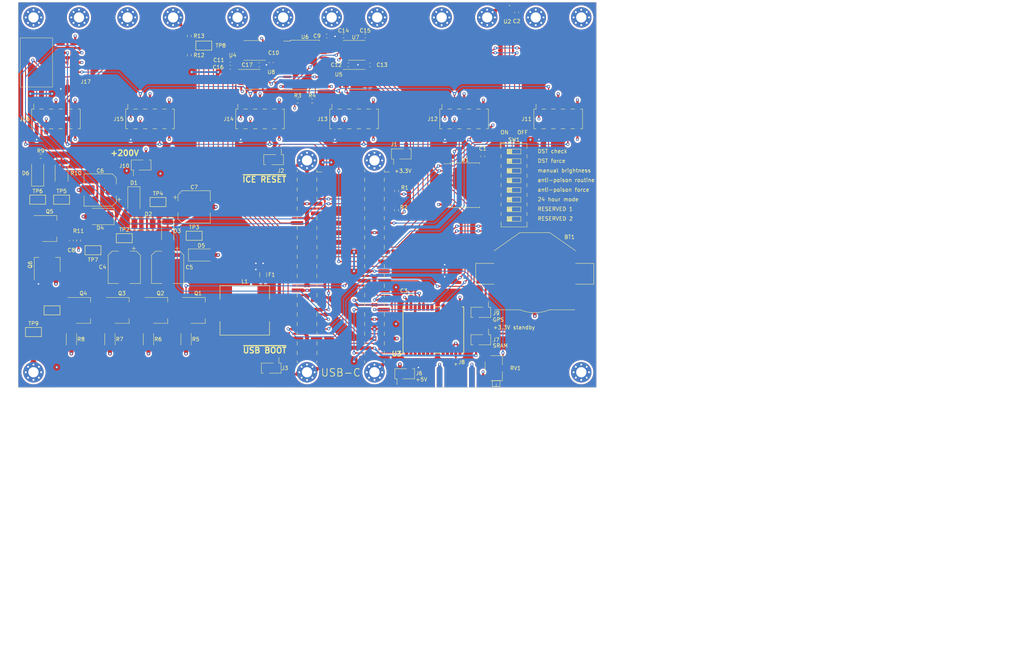
<source format=kicad_pcb>
(kicad_pcb (version 20240108) (generator "pcbnew") (generator_version "8.0")
  (title_block (title "Nixie Accurate Clock") (date "2024-03-07") (rev "B") (company "Paul Willis"))
  (layers (0 "F.Cu" signal) (1 "In1.Cu" signal) (2 "In2.Cu" signal) (31 "B.Cu" signal) (34 "B.Paste" user) (35 "F.Paste" user) (36 "B.SilkS" user "B.Silkscreen") (37 "F.SilkS" user "F.Silkscreen") (38 "B.Mask" user) (39 "F.Mask" user) (44 "Edge.Cuts" user))
  (net 0 "")
  (net 1 "+5V")
  (net 2 "GND")
  (net 3 "+3.3V")
  (net 4 "VPP")
  (net 5 "+3.3V_STDBY")
  (net 6 "/Peripherals/VCC_{IO-expander}")
  (net 7 "/Peripherals/VCC_{ALS}")
  (net 8 "/High voltage supply/5V_{BOOST-FUSE}")
  (net 9 "/Pico Ice/+3.3V_{SENSE}")
  (net 10 "/GPS/RF_IN")
  (net 11 "/Pico Ice/~{ICE_RST}")
  (net 12 "/Pico Ice/~{USB_BOOT}")
  (net 13 "/LSD ADC/LSD_{ADC_MODE}")
  (net 14 "/LSD ADC/LSD_{ADC_D7}")
  (net 15 "/LSD ADC/LSD_{ADC_~{WR}{slash}RDY}")
  (net 16 "/LSD ADC/LSD_{ADC_D2}")
  (net 17 "/LSD ADC/LSD_{ADC_~{CS}}")
  (net 18 "/LSD ADC/LSD_{ADC_D6}")
  (net 19 "/GPS/GPS_{1PPS}")
  (net 20 "/LSD ADC/LSD_{ADC_D0}")
  (net 21 "/LSD ADC/LSD_{ADC_D4}")
  (net 22 "/Nixies/SENSE_{PRECISE}")
  (net 23 "/LSD ADC/LSD_{ADC_D5}")
  (net 24 "/LSD ADC/LSD_{ADC_D1}")
  (net 25 "/LSD ADC/LSD_{ADC_~{RD}}")
  (net 26 "/LSD ADC/LSD_{ADC_D3}")
  (net 27 "/Nixies/DATA_{HV}")
  (net 28 "/Nixies/DAISY_{HV-1}")
  (net 29 "/Nixies/DAISY_{HV-4}")
  (net 30 "/Nixies/DAISY_{HV-2}")
  (net 31 "/Nixies/DAISY_{HV-5}")
  (net 32 "/Nixies/DAISY_{HV-3}")
  (net 35 "/HV bleed/HV_bleed_{source}")
  (net 36 "/LSD ADC/VCC_{ADC}")
  (net 37 "/LSD ADC/VCC_{lvl-shift-A-1}")
  (net 38 "/LSD ADC/VCC_{lvl-shift-B-1}")
  (net 39 "/LSD ADC/VCC_{lvl-shift-A-2}")
  (net 40 "/LSD ADC/VCC_{lvl-shift-B-2}")
  (net 42 "/HV bleed/HV_bleed_{gate}")
  (net 43 "/HV bleed/HV_bleed_{pulldown}")
  (net 44 "/LSD ADC/LSD_{ADC_~{INT}}")
  (net 45 "/LSD ADC/LSD_{ADC_~{OFL}}")
  (net 46 "/GPS/GPS_{1PPS2}")
  (net 47 "/Nixies/CLOCK_{HV}")
  (net 48 "/GPS/GPS_{RSTN}")
  (net 49 "/Peripherals/~{RESET}_{IO-expander}")
  (net 50 "/Pico Ice/+5V_{SENSE}")
  (net 51 "/GPS/GPS_{TXD}")
  (net 52 "/GPS/GPS_{RXD}")
  (net 53 "/Peripherals/I2C_{CLOCK}")
  (net 54 "/Peripherals/INT_{IO-expander}")
  (net 55 "/Nixies/CLOCK_{PRECISE}")
  (net 56 "/Peripherals/brightness_control")
  (net 57 "/Pico Ice/+3.3V_STDBY_SRAM_{SENSE}")
  (net 58 "/High voltage supply/MEASURE_{HV}")
  (net 59 "/Nixies/DATA_{PRECISE}")
  (net 60 "/GPS/VCC_{GPS}")
  (net 61 "/GPS/GPS_{BOOT_SEL}")
  (net 62 "/Nixies/D_{IN-PRECISE}")
  (net 63 "/Peripherals/I2C_{DATA}")
  (net 64 "/Nixies/PPS_{TRIMMED}")
  (net 66 "/High voltage supply/GATE_{HV}")
  (net 67 "/LSD ADC/LSD_{SHUNT}")
  (net 70 "/HV bleed/HV_bleed_{drain}")
  (net 73 "/LSD ADC/V_{SHUNT}")
  (net 74 "/Peripherals/DST_check")
  (net 75 "/Peripherals/anti-poison_routine")
  (net 76 "/LSD ADC/VCC_{lvl-shift-A-3}")
  (net 77 "/Peripherals/24h_mode")
  (net 79 "/Peripherals/anti-poison_force")
  (net 80 "/LSD ADC/VCC_{lvl-shift-B-3}")
  (net 81 "/LSD ADC/LSD_{ADC_5V_D0}")
  (net 82 "/LSD ADC/LSD_{ADC_5V_D1}")
  (net 83 "/LSD ADC/LSD_{ADC_5V_D2}")
  (net 84 "/LSD ADC/LSD_{ADC_5V_D3}")
  (net 85 "/LSD ADC/LSD_{ADC_5V_~{WR}{slash}RDY}")
  (net 86 "/LSD ADC/LSD_{ADC_5V_MODE}")
  (net 87 "/LSD ADC/LSD_{ADC_5V_~{RD}}")
  (net 88 "/LSD ADC/LSD_{ADC_5V_~{INT}}")
  (net 89 "/LSD ADC/LSD_{ADC_5V_~{CS}}")
  (net 90 "/LSD ADC/LSD_{ADC_5V_D4}")
  (net 91 "/LSD ADC/LSD_{ADC_5V_D5}")
  (net 92 "/LSD ADC/LSD_{ADC_5V_D6}")
  (net 93 "/LSD ADC/LSD_{ADC_5V_D7}")
  (net 94 "/LSD ADC/LSD_{ADC_5V_~{OFL}}")
  (net 95 "/Peripherals/DST_force")
  (net 96 "/Peripherals/manual_brightness")
  (net 107 "/Peripherals/RESERVED_1")
  (net 108 "/GPS/+3.3V_STDBY_GPS_{SENSE}")
  (net 138 "/LSD ADC/VCC_{lvl-shift-A-4}")
  (net 139 "/LSD ADC/VCC_{lvl-shift-B-4}")
  (net 145 "/High voltage supply/HV_{FULL-BOOST}")
  (net 146 "/High voltage supply/HV_{HALF-BOOST}")
  (net 147 "/High voltage supply/HV_{QUARTER-BOOST}")
  (net 148 "/High voltage supply/HV_{HALF-SUPPLY}")
  (net 149 "/High voltage supply/RE_{HV-1}")
  (net 150 "/High voltage supply/RE_{HV-2}")
  (net 151 "/High voltage supply/RE_{HV-3}")
  (net 152 "/High voltage supply/RE_{HV-4}")
  (net 153 "/Peripherals/RESERVED_2")
  (net 154 "/HV bleed/HV_{SENSE}")
  (footprint "Diode_SMD:D_SMB" (layer "F.Cu") (at 37.465 72.39 180)
    (property "Reference" "D4")
    (property "Value" "1SMB5956B-13")
  )
  (footprint "Package_SO:TSSOP-14_4.4x5mm_P0.65mm" (layer "F.Cu") (at 77.47 28.575 180)
    (property "Reference" "U4")
    (property "Value" "~")
  )
  (footprint "MountingHole:MountingHole_2.7mm_M2.5_Pad_Via" (layer "F.Cu") (at 139.475 19.875)
    (property "Reference" "H16" (hide yes))
    (property "Value" "MountingHole_Pad")
  )
  (footprint "Package_TO_SOT_SMD:SOT-223-3_TabPin2" (layer "F.Cu") (at 24.13 75.565)
    (property "Reference" "Q5")
    (property "Value" "PZTA42")
  )
  (footprint "MountingHole:MountingHole_2.7mm_M2.5_Pad_Via" (layer "F.Cu") (at 98.475 19.875)
    (property "Reference" "H13" (hide yes))
    (property "Value" "MountingHole_Pad")
  )
  (footprint "Package_TO_SOT_SMD:SOT-223-3_TabPin2" (layer "F.Cu") (at 23.495 85.09 90)
    (property "Reference" "Q6")
    (property "Value" "PZTA42")
  )
  (footprint "00_lib:TestPoint_Keystone_5019_Minature" (layer "F.Cu") (at 43.815 78.105)
    (property "Reference" "TP2")
    (property "Value" "TestPoint")
  )
  (footprint "MountingHole:MountingHole_2.7mm_M2.5_Pad_Via" (layer "F.Cu") (at 164.275 113.475)
    (property "Reference" "H4" (hide yes))
    (property "Value" "MountingHole_Pad")
  )
  (footprint "00_lib:TestPoint_Keystone_5019_Minature" (layer "F.Cu") (at 19.875 102.87)
    (property "Reference" "TP9")
    (property "Value" "TestPoint")
  )
  (footprint "MountingHole:MountingHole_2.7mm_M2.5_Pad_Via" (layer "F.Cu") (at 91.985 57.595)
    (property "Reference" "H5" (hide yes))
    (property "Value" "MountingHole_Pad")
  )
  (footprint "Connector_PinHeader_2.54mm:PinHeader_1x02_P2.54mm_Vertical_SMD_Pin1Left" (layer "F.Cu") (at 116.84 55.88 90)
    (property "Reference" "J1")
    (property "Value" "Conn_01x02_Pin")
  )
  (footprint "Capacitor_SMD:C_0603_1608Metric" (layer "F.Cu") (at 108.585 32.385 180)
    (property "Reference" "C13")
    (property "Value" "0.1u")
  )
  (footprint "00_lib:IN-14 daughter board" (layer "F.Cu") (at 25.795 46.665 90)
    (property "Reference" "J16")
    (property "Value" "~")
  )
  (footprint "Connector_PinHeader_2.54mm:PinHeader_1x02_P2.54mm_Vertical_SMD_Pin1Left" (layer "F.Cu") (at 137.795 104.906 -90)
    (property "Reference" "J7")
    (property "Value" "Conn_01x02_Pin")
  )
  (footprint "Capacitor_SMD:C_0603_1608Metric" (layer "F.Cu") (at 79.375 32.385 180)
    (property "Reference" "C17")
    (property "Value" "0.1u")
  )
  (footprint "Resistor_SMD:R_0603_1608Metric" (layer "F.Cu") (at 115.57 70.74 90)
    (property "Reference" "R2")
    (property "Value" "1k")
  )
  (footprint "MountingHole:MountingHole_2.7mm_M2.5_Pad_Via" (layer "F.Cu") (at 91.985 113.475)
    (property "Reference" "H2" (hide yes))
    (property "Value" "MountingHole_Pad")
  )
  (footprint "Resistor_SMD:R_2010_5025Metric" (layer "F.Cu") (at 50.19 104.775 -90)
    (property "Reference" "R6")
    (property "Value" "0.5")
  )
  (footprint "Resistor_SMD:R_0603_1608Metric" (layer "F.Cu") (at 115.57 65.66 90)
    (property "Reference" "R1")
    (property "Value" "1k")
  )
  (footprint "Resistor_SMD:R_2010_5025Metric" (layer "F.Cu") (at 40.03 104.775 -90)
    (property "Reference" "R7")
    (property "Value" "0.5")
  )
  (footprint "Package_SO:TSSOP-14_4.4x5mm_P0.65mm" (layer "F.Cu") (at 105.0975 36.195)
    (property "Reference" "U5")
    (property "Value" "~")
  )
  (footprint "Fuse:Fuse_1206_3216Metric" (layer "F.Cu") (at 80.4164 87.75 -90)
    (property "Reference" "F1")
    (property "Value" "1A")
  )
  (footprint "Package_TO_SOT_SMD:SOT-223-3_TabPin2" (layer "F.Cu") (at 43.18 97.155)
    (property "Reference" "Q3")
    (property "Value" "PZTA42")
  )
  (footprint "Connector_PinHeader_2.54mm:PinHeader_1x02_P2.54mm_Vertical_SMD_Pin1Left" (layer "F.Cu") (at 117.729 113.875 90)
    (property "Reference" "J6")
    (property "Value" "Conn_01x02_Pin")
  )
  (footprint "00_lib:pico iCE (B)" (layer "F.Cu") (at 109.785 84.265)
    (property "Reference" "J5" (hide yes))
    (property "Value" "pico iCE (B)")
  )
  (footprint "00_lib:IN-14 daughter board" (layer "F.Cu") (at 104.395 46.665 90)
    (property "Reference" "J13")
    (property "Value" "~")
  )
  (footprint "00_lib:pico iCE (A)" (layer "F.Cu") (at 91.965 84.265)
    (property "Reference" "J4" (hide yes))
    (property "Value" "pico iCE (A)")
  )
  (footprint "Capacitor_SMD:C_0603_1608Metric" (layer "F.Cu") (at 82.55 31.75 90)
    (property "Reference" "C10")
    (property "Value" "0.1u")
  )
  (footprint "00_lib:TestPoint_Keystone_5019_Minature" (layer "F.Cu") (at 27.28 67.945)
    (property "Reference" "TP5")
    (property "Value" "TestPoint")
  )
  (footprint "00_lib:IN-14 daughter board" (layer "F.Cu") (at 50.595 46.665 90)
    (property "Reference" "J15")
    (property "Value" "~")
  )
  (footprint "Diode_SMD:D_MELF" (layer "F.Cu") (at 20.98 60.96 90)
    (property "Reference" "D6")
    (property "Value" "SM4004")
  )
  (footprint "MountingHole:MountingHole_2.7mm_M2.5_Pad_Via" (layer "F.Cu") (at 127.475 19.875)
    (property "Reference" "H15" (hide yes))
    (property "Value" "MountingHole_Pad")
  )
  (footprint "Battery:BatteryHolder_Keystone_3002_1x2032" (layer "F.Cu") (at 152.019 87.503 180)
    (property "Reference" "BT1")
    (property "Value" "Battery_Cell")
  )
  (footprint "Connector_PinHeader_2.54mm:PinHeader_1x02_P2.54mm_Vertical_SMD_Pin1Left" (layer "F.Cu") (at 137.795 97.663 -90)
    (property "Reference" "J9")
    (property "Value" "Conn_01x02_Pin")
  )
  (footprint "Diode_SMD:D_MELF" (layer "F.Cu") (at 48.895 74.295)
    (property "Reference" "D2")
    (property "Value" "SM4004")
  )
  (footprint "MountingHole:MountingHole_2.7mm_M2.5_Pad_Via" (layer "F.Cu") (at 44.675 19.875)
    (property "Reference" "H9" (hide yes))
    (property "Value" "MountingHole_Pad")
  )
  (footprint "Resistor_SMD:R_0603_1608Metric" (layer "F.Cu") (at 60.96 24.765 -90)
    (property "Reference" "R13")
    (property "Value" "47k")
  )
  (footprint "00_lib:PX1125T" (layer "F.Cu") (at 125.291 102.331 -90)
    (property "Reference" "U3")
    (property "Value" "PX1125T" (hide yes))
  )
  (footprint "Package_TO_SOT_SMD:SOT-223-3_TabPin2" (layer "F.Cu") (at 33.02 97.155)
    (property "Reference" "Q4")
    (property "Value" "PZTA42")
  )
  (footprint "Connector_PinHeader_2.54mm:PinHeader_1x02_P2.54mm_Vertical_SMD_Pin1Left" (layer "F.Cu") (at 48.26 58.805 90)
    (property "Reference" "J10")
    (property "Value" "Conn_01x02_Pin")
  )
  (footprint "Package_SO:TSSOP-14_4.4x5mm_P0.65mm" (layer "F.Cu") (at 105.0975 28.545)
    (property "Reference" "U7")
    (property "Value" "~")
  )
  (footprint "Capacitor_SMD:C_0603_1608Metric" (layer "F.Cu") (at 102.87 32.385 180)
    (property "Reference" "C12")
    (property "Value" "0.1u")
  )
  (footprint "00_lib:IND_BOURNS_SRR1280" (layer "F.Cu") (at 75.565 97.155 180)
    (property "Reference" "L1")
    (property "Value" "10u")
  )
  (footprint "Fiducial:Fiducial_1mm_Mask3mm" (layer "F.Cu") (at 159.155 108.355)
    (property "Reference" "FID2" (hide yes))
    (property "Value" "Fiducial")
  )
  (footprint "Capacitor_SMD:CP_Elec_8x10" (layer "F.Cu") (at 55.245 85.8 -90)
    (property "Reference" "C5")
    (property "Value" "1u")
  )
  (footprint "MountingHole:MountingHole_2.7mm_M2.5_Pad_Via" (layer "F.Cu") (at 31.875 19.875)
    (property "Reference" "H8" (hide yes))
    (property "Value" "MountingHole_Pad")
  )
  (footprint "00_lib:IN-14 daughter board" (layer "F.Cu") (at 133.395 46.665 90)
    (property "Reference" "J12")
    (property "Value" "~")
  )
  (footprint "Capacitor_SMD:C_0603_1608Metric" (layer "F.Cu") (at 138.303 56.515 -90)
    (property "Reference" "C1")
    (property "Value" "0.1u")
  )
  (footprint "Capacitor_SMD:CP_Elec_8x10" (layer "F.Cu") (at 37.465 65.405 180)
    (property "Reference" "C6")
    (property "Value" "1u")
  )
  (footprint "Button_Switch_SMD:SW_DIP_SPSTx08_Slide_6.7x21.88mm_W8.61mm_P2.54mm_LowProfile" (layer "F.Cu") (at 146.545 64.135)
    (property "Reference" "SW1")
    (property "Value" "SW_DIP_x08")
  )
  (footprint "Resistor_SMD:R_0603_1608Metric" (layer "F.Cu") (at 89.535 41.91)
    (property "Reference" "R3")
    (property "Value" "10M")
  )
  (footprint "Potentiometer_SMD:Potentiometer_Bourns_3269X_Horizontal" (layer "F.Cu") (at 141.21 112.395 90)
    (property "Reference" "RV1")
    (property "Value" "100k")
  )
  (footprint "MountingHole:MountingHole_2.7mm_M2.5_Pad_Via" (layer "F.Cu") (at 109.765 57.595)
    (property "Reference" "H6" (hide yes))
    (property "Value" "MountingHole_Pad")
  )
  (footprint "MountingHole:MountingHole_2.7mm_M2.5_Pad_Via" (layer "F.Cu") (at 152.275 19.875)
    (property "Reference" "H17" (hide yes))
    (property "Value" "MountingHole_Pad")
  )
  (footprint "Diode_SMD:D_MELF" (layer "F.Cu") (at 46.355 67.945 -90)
    (property "Reference" "D1")
    (property "Value" "SM4004")
  )
  (footprint "MountingHole:MountingHole_2.7mm_M2.5_Pad_Via" (layer "F.Cu") (at 56.675 19.875)
    (property "Reference" "H10" (hide yes))
    (property "Value" "MountingHole_Pad")
  )
  (footprint "00_lib:TestPoint_Keystone_5019_Minature" (layer "F.Cu") (at 35.56 81.28)
    (property "Reference" "TP7")
    (property "Value" "TestPoint")
  )
  (footprint "Connector_PinHeader_2.54mm:PinHeader_1x02_P2.54mm_Vertical_SMD_Pin1Left" (layer "F.Cu") (at 83.185 57.4 -90)
    (property "Reference" "J2")
    (property "Value" "Conn_01x02_Pin")
  )
  (footprint "Capacitor_SMD:C_0603_1608Metric" (layer "F.Cu") (at 29.845 78.74 -90)
    (property "Reference" "C8")
    (property "Value" "1u")
  )
  (footprint "Diode_SMD:D_MELF" (layer "F.Cu") (at 55.245 76.2 -90)
    (property "Reference" "D3")
    (property "Value" "SM4004")
  )
  (footprint "00_lib:TestPoint_Keystone_5019_Minature" (layer "F.Cu") (at 20.98 67.945)
    (property "Reference" "TP6")
    (property "Value" "TestPoint")
  )
  (footprint "Capacitor_SMD:C_0603_1608Metric" (layer "F.Cu") (at 71.755 33.02)
    (property "Reference" "C16")
    (property "Value" "0.1u")
  )
  (footprint "00_lib:TestPoint_Keystone_5019_Minature" (layer "F.Cu") (at 64.77 27.305)
    (property "Reference" "TP8")
    (property "Value" "TestPoint")
  )
  (footprint "Capacitor_SMD:CP_Elec_8x10" (layer "F.Cu") (at 43.815 85.8 -90)
    (property "Reference" "C4")
    (property "Value" "1u")
  )
  (footprint "00_lib:LTR-329ALS-01_LTO" (layer "F.Cu") (at 144.78 18.415 -90)
    (property "Reference" "U2")
    (property "Value" "LTR-329ALS-01" (hide yes))
  )
  (footprint "Capacitor_SMD:C_0603_1608Metric" (layer "F.Cu") (at 71.755 31.115)
    (property "Reference" "C11")
    (property "Value" "0.1u")
  )
  (footprint "MountingHole:MountingHole_2.7mm_M2.5_Pad_Via" (layer "F.Cu") (at 164.275 19.875)
    (property "Reference" "H18" (hide yes))
    (property "Value" "MountingHole_Pad")
  )
  (footprint "MountingHole:MountingHole_2.7mm_M2.5_Pad_Via" (layer "F.Cu") (at 110.475 19.875)
    (property "Reference" "H14" (hide yes))
    (property "Value" "MountingHole_Pad")
  )
  (footprint "00_lib:TestPoint_Keystone_5019_Minature" (layer "F.Cu") (at 62.23 77.47)
    (property "Reference" "TP3")
    (property "Value" "TestPoint")
  )
  (footprint "Capacitor_SMD:CP_Elec_8x10" (layer "F.Cu") (at 62.23 69.85)
    (property "Reference" "C7")
    (property "Value" "1u")
  )
  (footprint "00_lib:TestPoint_Keystone_5019_Minature" (layer "F.Cu") (at 52.705 68.58)
    (property "Reference" "TP4")
    (property "Value" "TestPoint")
  )
  (footprint "Resistor_SMD:R_2010_5025Metric" (layer "F.Cu") (at 29.87 104.775 -90)
    (property "Reference" "R8")
    (property "Value" "0.5")
  )
  (footprint "Resistor_SMD:R_2512_6332Metric" (layer "F.Cu") (at 27.28 60.96 -90)
    (property "Reference" "R10")
    (property "Value" "10k")
  )
  (footprint "Package_TO_SOT_SMD:SOT-223-3_TabPin2" (layer "F.Cu") (at 53.34 97.155)
    (property "Reference" "Q2")
    (property "Value" "PZTA42")
  )
  (footprint "Resistor_SMD:R_0603_1608Metric" (layer "F.Cu") (at 31.75 78.74 -90)
    (property "Reference" "R11")
    (property "Value" "100k")
  )
  (footprint "Resistor_SMD:R_0603_1608Metric" (layer "F.Cu") (at 21.78 56.515)
    (property "Reference" "R9")
    (property "Value" "1M")
  )
  (footprint "Fiducial:Fiducial_1mm_Mask3mm" (layer "F.Cu") (at 24.995 108.355)
    (property "Reference" "FID1" (hide yes))
    (property "Value" "Fiducial")
  )
  (footprint "Capacitor_SMD:C_0603_1608Metric" (layer "F.Cu") (at 147.228001 18.5931 90)
    (property "Reference" "C2")
    (property "Value" "0.1u")
  )
  (footprint "Resistor_SMD:R_2010_5025Metric" (layer "F.Cu") (at 60.095 104.775 -90)
    (property "Reference" "R5")
    (property "Value" "0.5")
  )
  (footprint "Capacitor_SMD:C_0603_1608Metric" (layer "F.Cu") (at 97.155 24.765 180)
    (property "Reference" "C9")
    (property "Value" "0.1u")
  )
  (footprint "Symbol:Symbol_HighVoltage_Type2_CopperTop_VerySmall" (layer "F.Cu") (at 56.515 59.055)
    (property "Reference" "REF**" (hide yes))
    (property "Value" "Symbol_HighVoltage_Type2_CopperTop_VerySmall")
  )
  (footprint "MountingHole:MountingHole_2.7mm_M2.5_Pad_Via" (layer "F.Cu") (at 85.675 19.875)
    (property "Reference" "H12" (hide yes))
    (property "Value" "MountingHole_Pad")
  )
  (footprint "Resistor_SMD:R_0603_1608Metric" (layer "F.Cu") (at 93.345 41.91)
    (property "Reference" "R4")
    (property "Value" "100k")
  )
  (footprint "00_lib:IN-14 daughter board" (layer "F.Cu") (at 158.195 46.665 90)
    (property "Reference" "J11")
    (property "Value" "~")
  )
  (footprint "MountingHole:MountingHole_2.7mm_M2.5_Pad_Via" (layer "F.Cu") (at 73.675 19.875)
    (property "Reference" "H11" (hide yes))
    (property "Value" "MountingHole_Pad")
  )
  (footprint "Capacitor_SMD:C_0603_1608Metric" (layer "F.Cu") (at 119.391 92.679 -90)
    (property "Reference" "C3")
    (property "Value" "0.1u")
  )
  (footprint "Package_SO:SOIC-18W_7.5x11.6mm_P1.27mm" (layer "F.Cu") (at 133.653 64.135)
    (property "Reference" "U1")
    (property "Value" "MCP23008-xSO")
  )
  (footprint "00_lib:M207920542R" (layer "F.Cu") (at 23.495 31.75 90)
    (property "Reference" "J17")
    (property "Value" "Conn_02x05_Odd_Even" (hide yes))
  )
  (footprint "00_lib:TestPoint_Keystone_5019_Minature" (layer "F.Cu") (at 24.765 97.155)
    (property "Reference" "TP1" (hide yes))
    (property "Value" "TestPoint")
  )
  (footprint "Package_SO:TSSOP-14_4.4x5mm_P0.65mm" (layer "F.Cu") (at 77.47 36.195)
    (property "Reference" "U8")
    (property "Value" "~")
  )
  (footprint "Fiducial:Fiducial_1mm_Mask3mm" (layer "F.Cu") (at 159.155 24.995)
    (property "Reference" "FID3" (hide yes))
    (property "Value" "Fiducial")
  )
  (footprint "MountingHole:MountingHole_2.7mm_M2.5_Pad_Via" (layer "F.Cu") (at 19.875 113.475)
    (property "Reference" "H1" (hide yes))
    (property "Value" "MountingHole_Pad")
  )
  (footprint "Capacitor_SMD:C_0603_1608Metric" (layer "F.Cu") (at 101.6 24.765)
    (property "Reference" "C14")
    (property "Value" "0.1u")
  )
  (footprint "MountingHole:MountingHole_2.7mm_M2.5_Pad_Via" (layer "F.Cu") (at 19.875 19.875)
    (property "Reference" "H7" (hide yes))
    (property "Value" "MountingHole_Pad")
  )
  (footprint "Package_SO:SOIC-20W_7.5x12.8mm_P1.27mm" (layer "F.Cu") (at 91.44 32.385)
    (property "Reference" "U6")
    (property "Value" "ADC0820BCWMX")
  )
  (footprint "00_lib:SMA_Amphenol_132289_EdgeMount" (layer "F.Cu") (at 131.191 114.875 -90)
    (property "Reference" "J8")
    (property "Value" "Conn_Coaxial")
  )
  (footprint "00_lib:IN-14 daughter board" (layer "F.Cu") (at 79.595 46.665 90)
    (property "Reference" "J14")
    (property "Value" "~")
  )
  (footprint "Diode_SMD:D_MELF" (layer "F.Cu") (at 64.135 82.55)
    (property "Reference" "D5")
    (property "Value" "SM4004")
  )
  (footprint "Connector_PinHeader_2.54mm:PinHeader_1x02_P2.54mm_Vertical_SMD_Pin1Left" (layer "F.Cu") (at 82.55 112.395 -90)
    (property "Reference" "J3")
    (property "Value" "Conn_01x02_Pin")
  )
  (footprint "MountingHole:MountingHole_2.7mm_M2.5_Pad_Via" (layer "F.Cu") (at 109.765 113.475)
    (property "Reference" "H3" (hide yes))
    (property "Value" "MountingHole_Pad")
  )
  (footprint "Capacitor_SMD:C_0603_1608Metric" (layer "F.Cu") (at 107.315 24.765)
    (property "Reference" "C15")
    (property "Value" "0.1u")
  )
  (footprint "Resistor_SMD:R_0603_1608Metric" (layer "F.Cu") (at 60.96 29.845 -90)
    (property "Reference" "R12")
    (property "Value" "1M")
  )
  (footprint "Package_TO_SOT_SMD:SOT-223-3_TabPin2" (layer "F.Cu") (at 63.245 97.16)
    (property "Reference" "Q1")
    (property "Value" "PZTA42")
  )
  (gr_rect (start 15.875 15.875) (end 168.275 117.475) (stroke (width 0.1)) (fill none) (layer "Edge.Cuts"))
  (gr_text "manual brightness" (at 166.893096 60.84 0) (layer "F.SilkS") (effects (font (size 1 1)) (justify right bottom)))
  (gr_text "ON" (at 142.875 50.8 0) (layer "F.SilkS") (effects (font (size 1 1)) (justify left bottom)))
  (gr_text "GPS" (at 140.843 100.203 0) (layer "F.SilkS") (effects (font (size 1 1)) (justify left bottom)))
  (gr_text "anti-poison force" (at 166.464524 65.92 0) (layer "F.SilkS") (effects (font (size 1 1)) (justify right bottom)))
  (gr_text "SRAM" (at 140.843 107.061 0) (layer "F.SilkS") (effects (font (size 1 1)) (justify left bottom)))
  (gr_text "~{USB BOOT}" (at 74.93 108.585 0) (layer "F.SilkS") (effects (font (size 1.5 1.5) (thickness 0.3) (bold yes)) (justify left bottom)))
  (gr_text "+3.3V" (at 114.935 60.96 0) (layer "F.SilkS") (effects (font (size 1 1)) (justify left bottom)))
  (gr_text "24 hour mode" (at 163.655 68.46 0) (layer "F.SilkS") (effects (font (size 1 1)) (justify right bottom)))
  (gr_text "OFF" (at 147.32 50.8 0) (layer "F.SilkS") (effects (font (size 1 1)) (justify left bottom)))
  (gr_text "anti-poison routine" (at 167.893095 63.38 0) (layer "F.SilkS") (effects (font (size 1 1)) (justify right bottom)))
  (gr_text "~{ICE RESET}" (at 74.803 63.5 0) (layer "F.SilkS") (effects (font (size 1.5 1.5) (thickness 0.3) (bold yes)) (justify left bottom)))
  (gr_text "+5V" (at 120.523 115.951 0) (layer "F.SilkS") (effects (font (size 1 1)) (justify left bottom)))
  (gr_text "RESERVED 2" (at 162.13119 73.54 0) (layer "F.SilkS") (effects (font (size 1 1)) (justify right bottom)))
  (gr_text "RESERVED 1" (at 162.13119 71 0) (layer "F.SilkS") (effects (font (size 1 1)) (justify right bottom)))
  (gr_text "+200V" (at 40.005 56.515 0) (layer "F.SilkS") (effects (font (size 1.5 1.5) (thickness 0.3) (bold yes)) (justify left bottom)))
  (gr_text "DST check" (at 160.655 55.76 0) (layer "F.SilkS") (effects (font (size 1 1)) (justify right bottom)))
  (gr_text "DST force" (at 160.17881 58.3 0) (layer "F.SilkS") (effects (font (size 1 1)) (justify right bottom)))
  (gr_text "+3.3V standby" (at 140.97 102.235 0) (layer "F.SilkS") (effects (font (size 1 1)) (justify left bottom)))
  (segment (start 45.515 52.07) (end 45.515 49.165) (width 0.5) (layer "F.Cu") (net 1))
  (segment (start 153.115 52.07) (end 153.115 49.165) (width 0.5) (layer "F.Cu") (net 1))
  (segment (start 21.195 90.17) (end 21.195 88.24) (width 1) (layer "F.Cu") (net 1))
  (segment (start 99.43 24.82) (end 99.375 24.875) (width 0.5) (layer "F.Cu") (net 1))
  (segment (start 99.562781 24.765) (end 100.825 24.765) (width 0.5) (layer "F.Cu") (net 1))
  (segment (start 82.311005 32.385) (end 81.28 32.385) (width 0.5) (layer "F.Cu") (net 1))
  (segment (start 81.28 32.385) (end 80.15 32.385) (width 0.5) (layer "F.Cu") (net 1))
  (segment (start 74.515 52.07) (end 74.515 49.165) (width 0.5) (layer "F.Cu") (net 1))
  (segment (start 99.375 24.875) (end 99.32 24.82) (width 0.5) (layer "F.Cu") (net 1))
  (segment (start 105.41 32.385) (end 103.645 32.385) (width 0.5) (layer "F.Cu") (net 1))
  (segment (start 27.095 38.735) (end 27.095 36.83) (width 0.5) (layer "F.Cu") (net 1))
  (segment (start 99.315 52.07) (end 99.315 49.165) (width 0.5) (layer "F.Cu") (net 1))
  (segment (start 82.48 32.455) (end 82.55 32.525) (width 0.5) (layer "F.Cu") (net 1))
  (segment (start 121.364 112.22) (end 118.999 112.22) (width 1) (layer "F.Cu") (net 1))
  (segment (start 128.27 85.09) (end 128.27 88.265) (width 0.5) (layer "F.Cu") (net 1))
  (segment (start 99.187218 24.765) (end 97.93 24.765) (width 0.5) (layer "F.Cu") (net 1))
  (segment (start 128.315 52.07) (end 128.315 49.165) (width 0.5) (layer "F.Cu") (net 1))
  (segment (start 20.715 52.07) (end 20.715 49.165) (width 0.5) (layer "F.Cu") (net 1))
  (via (at 78.5 84.75) (size 0.8) (drill 0.4) (layers "F.Cu" "B.Cu") (net 1))
  (via (at 128.315 52.07) (size 0.8) (drill 0.4) (layers "F.Cu" "B.Cu") (net 1))
  (via (at 27.095 38.735) (size 0.8) (drill 0.4) (layers "F.Cu" "B.Cu") (net 1))
  (via (at 153.115 52.07) (size 0.8) (drill 0.4) (layers "F.Cu" "B.Cu") (net 1))
  (via (at 99.375 24.875) (size 0.8) (drill 0.4) (layers "F.Cu" "B.Cu") (net 1))
  (via (at 45.515 52.07) (size 0.8) (drill 0.4) (layers "F.Cu" "B.Cu") (net 1))
  (via (at 78.5 86.35) (size 0.8) (drill 0.4) (layers "F.Cu" "B.Cu") (net 1))
  (via (at 121.364 112.22) (size 0.8) (drill 0.4) (layers "F.Cu" "B.Cu") (net 1))
  (via (at 128.27 85.09) (size 0.8) (drill 0.4) (layers "F.Cu" "B.Cu") (net 1))
  (via (at 99.315 52.07) (size 0.8) (drill 0.4) (layers "F.Cu" "B.Cu") (net 1))
  (via (at 20.715 52.07) (size 0.8) (drill 0.4) (layers "F.Cu" "B.Cu") (net 1))
  (via (at 81.28 32.385) (size 0.8) (drill 0.4) (layers "F.Cu" "B.Cu") (net 1))
  (via (at 74.515 52.07) (size 0.8) (drill 0.4) (layers "F.Cu" "B.Cu") (net 1))
  (via (at 21.195 90.17) (size 0.8) (drill 0.4) (layers "F.Cu" "B.Cu") (net 1))
  (via (at 105.41 32.385) (size 0.8) (drill 0.4) (layers "F.Cu" "B.Cu") (net 1))
  (via (at 128.27 88.265) (size 0.8) (drill 0.4) (layers "F.Cu" "B.Cu") (net 1))
  (via (at 80.4164 84.75) (size 0.8) (drill 0.4) (layers "F.Cu" "B.Cu") (net 1))
  (arc (start 82.48 32.455) (mid 82.402464 32.403192) (end 82.311005 32.385) (width 0.5) (layer "F.Cu") (net 1))
  (arc (start 99.32 24.82) (mid 99.259079 24.779294) (end 99.187218 24.765) (width 0.5) (layer "F.Cu") (net 1))
  (arc (start 99.562781 24.765) (mid 99.49092 24.779294) (end 99.43 24.82) (width 0.5) (layer "F.Cu") (net 1))
  (segment (start 94.025 113.475) (end 92.266744 113.475) (width 0.5) (layer "F.Cu") (net 2))
  (segment (start 25.795 41.625) (end 25.795 44.125) (width 0.5) (layer "F.Cu") (net 2))
  (segment (start 131.191 105.791) (end 130.290223 106.691776) (width 0.5) (layer "F.Cu") (net 2))
  (segment (start 94.025 113.475) (end 97.175776 110.324223) (width 0.5) (layer "F.Cu") (net 2))
  (segment (start 130.091 107.172744) (end 130.091 108.331) (width 0.5) (layer "F.Cu") (net 2))
  (segment (start 133.395 40.005) (end 133.395 44.125) (width 0.5) (layer "F.Cu") (net 2))
  (segment (start 91.609223 113.850776) (end 91.785776 113.674223) (width 0.25) (layer "F.Cu") (net 2))
  (segment (start 31.75 65.405) (end 34.215 65.405) (width 1) (layer "F.Cu") (net 2))
  (segment (start 102.235 39.37) (end 104.195776 41.330776) (width 0.5) (layer "F.Cu") (net 2))
  (segment (start 96.824223 107.324223) (end 97.175776 107.675776) (width 0.5) (layer "F.Cu") (net 2))
  (segment (start 97.375 109.843255) (end 97.375 108.156744) (width 0.5) (layer "F.Cu") (net 2))
  (segment (start 74.6075 38.819458) (end 74.6075 38.145) (width 0.4) (layer "F.Cu") (net 2))
  (segment (start 84.675 52.07) (end 84.675 49.165) (width 0.5) (layer "F.Cu") (net 2))
  (segment (start 94.17 38.826744) (end 94.17 41.91) (width 0.25) (layer "F.Cu") (net 2))
  (segment (start 135.441 111.379) (end 135.441 114.875) (width 0.5) (layer "F.Cu") (net 2))
  (segment (start 96.09 38.1) (end 94.896744 38.1) (width 0.25) (layer "F.Cu") (net 2))
  (segment (start 131.191 105.791) (end 132.091776 106.691776) (width 0.5) (layer "F.Cu") (net 2))
  (segment (start 126.941 111.379) (end 126.941 114.875) (width 0.5) (layer "F.Cu") (net 2))
  (segment (start 31.75 79.600355) (end 31.75 81.28) (width 0.5) (layer "F.Cu") (net 2))
  (segment (start 138.574223 114.714223) (end 138.795 114.935) (width 0.25) (layer "F.Cu") (net 2))
  (segment (start 32.625 31.75) (end 30.595 31.75) (width 0.5) (layer "F.Cu") (net 2))
  (segment (start 109.765 99.505) (end 112.285 99.505) (width 0.5) (layer "F.Cu") (net 2))
  (segment (start 29.87 108.585) (end 29.87 107.0875) (width 1) (layer "F.Cu") (net 2))
  (segment (start 68.58 82.55) (end 66.535 82.55) (width 1) (layer "F.Cu") (net 2))
  (segment (start 33.02 72.39) (end 35.315 72.39) (width 1) (layer "F.Cu") (net 2))
  (segment (start 109.765 99.505) (end 107.245 99.505) (width 0.5) (layer "F.Cu") (net 2))
  (segment (start 60.85 23.94) (end 60.96 23.94) (width 0.25) (layer "F.Cu") (net 2))
  (segment (start 118.291 94.596744) (end 118.291 96.331) (width 0.5) (layer "F.Cu") (net 2))
  (segment (start 60.662218 23.862218) (end 56.675 19.875) (width 0.25) (layer "F.Cu") (net 2))
  (segment (start 25.795 90.17) (end 25.795 88.24) (width 1) (layer "F.Cu") (net 2))
  (segment (start 102.235 39.37) (end 102.235 38.145) (width 0.4) (layer "F.Cu") (net 2))
  (segment (start 91.985 69.025) (end 94.505 69.025) (width 0.5) (layer "F.Cu") (net 2))
  (segment (start 101.231744 30.495) (end 102.235 30.495) (width 0.4) (layer "F.Cu") (net 2))
  (segment (start 112.285 110.673255) (end 112.285 109.665) (width 0.5) (layer "F.Cu") (net 2))
  (segment (start 100.750776 30.694223) (end 100.33 31.115) (width 0.4) (layer "F.Cu") (net 2))
  (segment (start 109.765 76.645) (end 112.285 76.645) (width 0.5) (layer "F.Cu") (net 2))
  (segment (start 139.783255 49.165) (end 138.475 49.165) (width 0.5) (layer "F.Cu") (net 2))
  (segment (start 92.184223 63.609223) (end 92.320776 63.745776) (width 0.5) (layer "F.Cu") (net 2))
  (segment (start 91.841819 57.73818) (end 90.525 59.055) (width 0.25) (layer "F.Cu") (net 2))
  (segment (start 80.01 25.4) (end 80.17125 25.56125) (width 0.4) (layer "F.Cu") (net 2))
  (segment (start 96.343255 107.125) (end 94.505 107.125) (width 0.5) (layer "F.Cu") (net 2))
  (segment (start 74.76875 39.20875) (end 74.93 39.37) (width 0.4) (layer "F.Cu") (net 2))
  (segment (start 90.525 59.055) (end 81.915 59.055) (width 0.25) (layer "F.Cu") (net 2))
  (segment (start 91.985 91.885) (end 94.505 91.885) (width 0.5) (layer "F.Cu") (net 2))
  (segment (start 55.675 52.07) (end 55.675 49.165) (width 0.5) (layer "F.Cu") (net 2))
  (segment (start 80.3325 25.950541) (end 80.3325 26.625) (width 0.4) (layer "F.Cu") (net 2))
  (segment (start 140.97 48.26) (end 140.264223 48.965776) (width 0.5) (layer "F.Cu") (net 2))
  (segment (start 152.019 98.679) (end 152.019 87.503) (width 1) (layer "F.Cu") (net 2))
  (segment (start 126.619 69.215) (end 129.003 69.215) (width 0.5) (layer "F.Cu") (net 2))
  (segment (start 138.375 114.233255) (end 138.375 113.375) (width 0.25) (layer "F.Cu") (net 2))
  (segment (start 141.813644 17.8181) (end 144.180001 17.8181) (width 0.5) (layer "F.Cu") (net 2))
  (segment (start 158.195 40.005) (end 158.195 44.125) (width 0.5) (layer "F.Cu") (net 2))
  (segment (start 112.085776 111.154223) (end 109.765 113.475) (width 0.5) (layer "F.Cu") (net 2))
  (segment (start 50.19 108.585) (end 50.19 107.0875) (width 1) (layer "F.Cu") (net 2))
  (segment (start 109.765 76.645) (end 107.245 76.645) (width 0.5) (layer "F.Cu") (net 2))
  (segment (start 85.09 38.1) (end 86.79 38.1) (width 0.5) (layer "F.Cu") (net 2))
  (segment (start 79.595 40.005) (end 79.595 44.125) (width 0.5) (layer "F.Cu") (net 2))
  (segment (start 104.395 41.811744) (end 104.395 44.125) (width 0.5) (layer "F.Cu") (net 2))
  (segment (start 67.945 69.85) (end 65.48 69.85) (width 1) (layer "F.Cu") (net 2))
  (segment (start 91.985 57.797488) (end 91.985 63.128255) (width 0.5) (layer "F.Cu") (net 2))
  (segment (start 163.275 52.07) (end 163.275 49.165) (width 0.5) (layer "F.Cu") (net 2))
  (segment (start 91.985 91.885) (end 89.465 91.885) (width 0.5) (layer "F.Cu") (net 2))
  (segment (start 91.985 69.025) (end 89.465 69.025) (width 0.5) (layer "F.Cu") (net 2))
  (segment (start 92.801744 63.945) (end 94.505 63.945) (width 0.5) (layer "F.Cu") (net 2))
  (segment (start 40.03 108.585) (end 40.03 107.0875) (width 1) (layer "F.Cu") (net 2))
  (segment (start 109.475 52.07) (end 109.475 49.165) (width 0.5) (layer "F.Cu") (net 2))
  (segment (start 132.291 107.172744) (end 132.291 108.331) (width 0.5) (layer "F.Cu") (net 2))
  (segment (start 141.332676 18.017323) (end 139.475 19.875) (width 0.5) (layer "F.Cu") (net 2))
  (segment (start 132.291 93.695) (end 132.291 96.331) (width 0.5) (layer "F.Cu") (net 2))
  (segment (start 91.128255 114.05) (end 81.28 114.05) (width 0.25) (layer "F.Cu") (net 2))
  (segment (start 60.095 108.585) (end 60.095 107.0875) (width 1) (layer "F.Cu") (net 2))
  (segment (start 30.875 52.07) (end 30.875 49.165) (width 0.5) (layer "F.Cu") (net 2))
  (segment (start 50.595 40.005) (end 50.595 44.125) (width 0.5) (layer "F.Cu") (net 2))
  (segment (start 19.875 102.87) (end 19.875 113.475) (width 1) (layer "F.Cu") (net 2))
  (segment (start 94.369223 38.345776) (end 94.415776 38.299223) (width 0.25) (layer "F.Cu") (net 2))
  (segment (start 98.425 38.1) (end 96.09 38.1) (width 0.5) (layer "F.Cu") (net 2))
  (segment (start 118.091776 94.115776) (end 117.689 93.713) (width 0.5) (layer "F.Cu") (net 2))
  (segment (start 31.664644 79.515) (end 29.845 79.515) (width 0.5) (layer "F.Cu") (net 2))
  (via (at 109.475 52.07) (size 0.8) (drill 0.4) (layers "F.Cu" "B.Cu") (net 2))
  (via (at 132.291 93.695) (size 0.8) (drill 0.4) (layers "F.Cu" "B.Cu") (net 2))
  (via (at 55.675 52.07) (size 0.8) (drill 0.4) (layers "F.Cu" "B.Cu") (net 2))
  (via (at 32.625 31.75) (size 0.8) (drill 0.4) (layers "F.Cu" "B.Cu") (net 2))
  (via (at 74.93 39.37) (size 0.8) (drill 0.4) (layers "F.Cu" "B.Cu") (net 2))
  (via (at 29.87 108.585) (size 0.8) (drill 0.4) (layers "F.Cu" "B.Cu") (net 2))
  (via (at 84.675 52.07) (size 0.8) (drill 0.4) (layers "F.Cu" "B.Cu") (net 2))
  (via (at 100.33 31.115) (size 0.8) (drill 0.4) (layers "F.Cu" "B.Cu") (net 2))
  (via (at 152.019 98.679) (size 0.8) (drill 0.4) (layers "F.Cu" "B.Cu") (net 2))
  (via (at 40.03 108.585) (size 0.8) (drill 0.4) (layers "F.Cu" "B.Cu") (net 2))
  (via (at 68.58 82.55) (size 0.8) (drill 0.4) (layers "F.Cu" "B.Cu") (net 2))
  (via (at 30.875 52.07) (size 0.8) (drill 0.4) (layers "F.Cu" "B.Cu") (net 2))
  (via (at 53.34 61.07) (size 0.8) (drill 0.4) (layers "F.Cu" "B.Cu") (net 2))
  (via (at 109.765 76.645) (size 0.8) (drill 0.4) (layers "F.Cu" "B.Cu") (net 2))
  (via (at 91.985 91.885) (size 0.8) (drill 0.4) (layers "F.Cu" "B.Cu") (net 2))
  (via (at 26.01 112.141) (size 0.8) (drill 0.4) (layers "F.Cu" "B.Cu") (net 2))
  (via (at 109.765 99.505) (size 0.8) (drill 0.4) (layers "F.Cu" "B.Cu") (net 2))
  (via (at 135.441 111.379) (size 0.8) (drill 0.4) (layers "F.Cu" "B.Cu") (net 2))
  (via (at 131.191 105.791) (size 0.8) (drill 0.4) (layers "F.Cu" "B.Cu") (net 2))
  (via (at 50.19 108.585) (size 0.8) (drill 0.4) (layers "F.Cu" "B.Cu") (net 2))
  (via (at 33.02 72.39) (size 0.8) (drill 0.4) (layers "F.Cu" "B.Cu") (net 2))
  (via (at 133.395 40.005) (size 0.8) (drill 0.4) (layers "F.Cu" "B.Cu") (net 2))
  (via (at 163.275 52.07) (size 0.8) (drill 0.4) (layers "F.Cu" "B.Cu") (net 2))
  (via (at 140.97 48.26) (size 0.8) (drill 0.4) (layers "F.Cu" "B.Cu") (net 2))
  (via (at 91.985 69.025) (size 0.8) (drill 0.4) (layers "F.Cu" "B.Cu") (net 2))
  (via (at 85.09 38.1) (size 0.8) (drill 0.4) (layers "F.Cu" "B.Cu") (net 2))
  (via (at 80.01 25.4) (size 0.8) (drill 0.4) (layers "F.Cu" "B.Cu") (net 2))
  (via (at 60.095 108.585) (size 0.8) (drill 0.4) (layers "F.Cu" "B.Cu") (net 2))
  (via (at 31.75 65.405) (size 0.8) (drill 0.4) (layers "F.Cu" "B.Cu") (net 2))
  (via (at 31.75 81.28) (size 0.8) (drill 0.4) (layers "F.Cu" "B.Cu") (net 2))
  (via (at 102.235 39.37) (size 0.8) (drill 0.4) (layers "F.Cu" "B.Cu") (net 2))
  (via (at 79.595 40.005) (size 0.8) (drill 0.4) (layers "F.Cu" "B.Cu") (net 2))
  (via (at 126.619 69.215) (size 0.8) (drill 0.4) (layers "F.Cu" "B.Cu") (net 2))
  (via (at 126.941 111.379) (size 0.8) (drill 0.4) (layers "F.Cu" "B.Cu") (net 2))
  (via (at 25.795 90.17) (size 0.8) (drill 0.4) (layers "F.Cu" "B.Cu") (net 2))
  (via (at 117.689 93.713) (size 0.8) (drill 0.4) (layers "F.Cu" "B.Cu") (net 2))
  (via (at 50.595 40.005) (size 0.8) (drill 0.4) (layers "F.Cu" "B.Cu") (net 2))
  (via (at 67.945 69.85) (size 0.8) (drill 0.4) (layers "F.Cu" "B.Cu") (net 2))
  (via (at 138.375 113.375) (size 0.8) (drill 0.4) (layers "F.Cu" "B.Cu") (net 2))
  (via (at 150.875 52.125) (size 0.8) (drill 0.4) (layers "F.Cu" "B.Cu") (net 2))
  (via (at 158.195 40.005) (size 0.8) (drill 0.4) (layers "F.Cu" "B.Cu") (net 2))
  (via (at 98.425 38.1) (size 0.8) (drill 0.4) (layers "F.Cu" "B.Cu") (net 2))
  (via (at 25.795 41.625) (size 0.8) (drill 0.4) (layers "F.Cu" "B.Cu") (net 2))
  (arc (start 130.290223 106.691776) (mid 130.142776 106.912446) (end 130.091 107.172744) (width 0.5) (layer "F.Cu") (net 2))
  (arc (start 97.175776 107.675776) (mid 97.323223 107.896446) (end 97.375 108.156744) (width 0.5) (layer "F.Cu") (net 2))
  (arc (start 104.195776 41.330776) (mid 104.343223 41.551446) (end 104.395 41.811744) (width 0.5) (layer "F.Cu") (net 2))
  (arc (start 140.264223 48.965776) (mid 140.043553 49.113223) (end 139.783255 49.165) (width 0.5) (layer "F.Cu") (net 2))
  (arc (start 132.091776 106.691776) (mid 132.239223 106.912446) (end 132.291 107.172744) (width 0.5) (layer "F.Cu") (net 2))
  (arc (start 94.896744 38.1) (mid 94.636446 38.151776) (end 94.415776 38.299223) (width 0.25) (layer "F.Cu") (net 2))
  (arc (start 101.231744 30.495) (mid 100.971446 30.546776) (end 100.750776 30.694223) (width 0.4) (layer "F.Cu") (net 2))
  (arc (start 118.091776 94.115776) (mid 118.239223 94.336446) (end 118.291 94.596744) (width 0.5) (layer "F.Cu") (net 2))
  (arc (start 138.375 114.233255) (mid 138.426776 114.493553) (end 138.574223 114.714223) (width 0.25) (layer "F.Cu") (net 2))
  (arc (start 91.609223 113.850776) (mid 91.388553 113.998223) (end 91.128255 114.05) (width 0.25) (layer "F.Cu") (net 2))
  (arc (start 31.725 79.54) (mid 31.743502 79.567691) (end 31.75 79.600355) (width 0.5) (layer "F.Cu") (net 2))
  (arc (start 96.824223 107.324223) (mid 96.603553 107.176776) (end 96.343255 107.125) (width 0.5) (layer "F.Cu") (net 2))
  (arc (start 31.725 79.54) (mid 31.697308 79.521497) (end 31.664644 79.515) (width 0.5) (layer "F.Cu") (net 2))
  (arc (start 91.985 63.128255) (mid 92.036776 63.388553) (end 92.184223 63.609223) (width 0.5) (layer "F.Cu") (net 2))
  (arc (start 80.17125 25.56125) (mid 80.290592 25.739858) (end 80.3325 25.950541) (width 0.4) (layer "F.Cu") (net 2))
  (arc (start 60.662218 23.862218) (mid 60.748373 23.919785) (end 60.85 23.94) (width 0.25) (layer "F.Cu") (net 2))
  (arc (start 141.813644 17.8181) (mid 141.553346 17.869876) (end 141.332676 18.017323) (width 0.5) (layer "F.Cu") (net 2))
  (arc (start 112.285 110.673255) (mid 112.233223 110.933553) (end 112.085776 111.154223) (width 0.5) (layer "F.Cu") (net 2))
  (arc (start 91.985 57.797488) (mid 91.933223 57.719998) (end 91.841819 57.73818) (width 0.5) (layer "F.Cu") (net 2))
  (arc (start 92.320776 63.745776) (mid 92.541446 63.893223) (end 92.801744 63.945) (width 0.5) (layer "F.Cu") (net 2))
  (arc (start 92.266744 113.475) (mid 92.006446 113.526776) (end 91.785776 113.674223) (width 0.5) (layer "F.Cu") (net 2))
  (arc (start 74.6075 38.819458) (mid 74.649407 39.030141) (end 74.76875 39.20875) (width 0.4) (layer "F.Cu") (net 2))
  (arc (start 94.369223 38.345776) (mid 94.221776 38.566446) (end 94.17 38.826744) (width 0.25) (layer "F.Cu") (net 2))
  (arc (start 97.375 109.843255) (mid 97.323223 110.103553) (end 97.175776 110.324223) (width 0.5) (layer "F.Cu") (net 2))
  (segment (start 126.941 111.379) (end 126.941 114.875) (width 0.5) (layer "B.Cu") (net 2))
  (segment (start 135.441 111.379) (end 135.441 114.875) (width 0.5) (layer "B.Cu") (net 2))
  (segment (start 109.2475 30.4975) (end 109.25 30.5) (width 0.25) (layer "F.Cu") (net 3))
  (segment (start 107.96 38.145) (end 109.25 38.145) (width 0.4) (layer "F.Cu") (net 3))
  (segment (start 74.6075 26.625) (end 73.125 26.625) (width 0.4) (layer "F.Cu") (net 3))
  (segment (start 80.3325 38.145) (end 78.785 38.145) (width 0.4) (layer "F.Cu") (net 3))
  (segment (start 107.96 30.495) (end 109.241464 30.495) (width 0.4) (layer "F.Cu") (net 3))
  (segment (start 106.5025 30.4975) (end 106.5 30.5) (width 0.25) (layer "F.Cu") (net 3))
  (segment (start 74.6075 26.625) (end 75.875 26.625) (width 0.4) (layer "F.Cu") (net 3))
  (segment (start 107.96 38.145) (end 106.5 38.145) (width 0.4) (layer "F.Cu") (net 3))
  (segment (start 107.96 30.495) (end 106.508535 30.495) (width 0.4) (layer "F.Cu") (net 3))
  (segment (start 80.3325 38.145) (end 81.5 38.145) (width 0.4) (layer "F.Cu") (net 3))
  (via (at 115.443 100.711) (size 0.8) (drill 0.4) (layers "F.Cu" "B.Cu") (net 3))
  (via (at 24.765 40.005) (size 0.8) (drill 0.4) (layers "F.Cu" "B.Cu") (net 3))
  (via (at 61.595 34.29) (size 0.8) (drill 0.4) (layers "F.Cu" "B.Cu") (net 3))
  (via (at 115.443 91.059) (size 0.8) (drill 0.4) (layers "F.Cu" "B.Cu") (net 3))
  (via (at 68.58 34.29) (size 0.8) (drill 0.4) (layers "F.Cu" "B.Cu") (net 3))
  (via (at 19.05 40.005) (size 0.8) (drill 0.4) (layers "F.Cu" "B.Cu") (net 3))
  (arc (start 106.508535 30.495) (mid 106.505268 30.495649) (end 106.5025 30.4975) (width 0.4) (layer "F.Cu") (net 3))
  (arc (start 109.2475 30.4975) (mid 109.24473 30.495649) (end 109.241464 30.495) (width 0.25) (layer "F.Cu") (net 3))
  (segment (start 19.05 40.005) (end 24.765 40.005) (width 0.5) (layer "B.Cu") (net 3))
  (segment (start 61.595 34.29) (end 68.58 34.29) (width 0.5) (layer "B.Cu") (net 3))
  (segment (start 55.675 41.625) (end 55.675 44.125) (width 0.5) (layer "F.Cu") (net 4))
  (segment (start 138.475 41.625) (end 138.475 44.125) (width 0.5) (layer "F.Cu") (net 4))
  (segment (start 109.475 41.625) (end 109.475 44.125) (width 0.5) (layer "F.Cu") (net 4))
  (segment (start 49.53 54.61) (end 49.53 57.15) (width 0.5) (layer "F.Cu") (net 4))
  (segment (start 30.875 26.19201) (end 30.875 24.765) (width 0.5) (layer "F.Cu") (net 4))
  (segment (start 30.875 44.125) (end 30.875 41.67) (width 0.5) (layer "F.Cu") (net 4))
  (segment (start 163.275 41.625) (end 163.275 44.125) (width 0.5) (layer "F.Cu") (net 4))
  (segment (start 30.735 26.53) (end 30.595 26.67) (width 0.5) (layer "F.Cu") (net 4))
  (segment (start 84.675 41.625) (end 84.675 44.125) (width 0.5) (layer "F.Cu") (net 4))
  (via (at 84.675 41.625) (size 0.8) (drill 0.4) (layers "F.Cu" "B.Cu") (net 4))
  (via (at 30.875 24.765) (size 0.8) (drill 0.4) (layers "F.Cu" "B.Cu") (net 4))
  (via (at 138.475 41.625) (size 0.8) (drill 0.4) (layers "F.Cu" "B.Cu") (net 4))
  (via (at 55.675 41.625) (size 0.8) (drill 0.4) (layers "F.Cu" "B.Cu") (net 4))
  (via (at 109.475 41.625) (size 0.8) (drill 0.4) (layers "F.Cu" "B.Cu") (net 4))
  (via (at 49.53 54.61) (size 0.8) (drill 0.4) (layers "F.Cu" "B.Cu") (net 4))
  (via (at 30.875 41.625) (size 0.8) (drill 0.4) (layers "F.Cu" "B.Cu") (net 4))
  (via (at 163.275 41.625) (size 0.8) (drill 0.4) (layers "F.Cu" "B.Cu") (net 4))
  (arc (start 30.875 26.19201) (mid 30.838615 26.374928) (end 30.735 26.53) (width 0.5) (layer "F.Cu") (net 4))
  (segment (start 139.065 96.008) (end 139.065 103.251) (width 0.5) (layer "F.Cu") (net 5))
  (segment (start 139.142 87.58) (end 139.219 87.503) (width 1) (layer "F.Cu") (net 5))
  (segment (start 154.277255 103.251) (end 139.097 103.251) (width 0.5) (layer "F.Cu") (net 5))
  (segment (start 164.819 92.709255) (end 164.819 87.503) (width 0.5) (layer "F.Cu") (net 5))
  (segment (start 154.758223 103.051776) (end 164.619776 93.190223) (width 0.5) (layer "F.Cu") (net 5))
  (segment (start 139.065 87.765894) (end 139.065 96.008) (width 0.5) (layer "F.Cu") (net 5))
  (arc (start 164.819 92.709255) (mid 164.767223 92.969553) (end 164.619776 93.190223) (width 0.5) (layer "F.Cu") (net 5))
  (arc (start 139.142 87.58) (mid 139.085011 87.665288) (end 139.065 87.765894) (width 1) (layer "F.Cu") (net 5))
  (arc (start 154.758223 103.051776) (mid 154.537553 103.199223) (end 154.277255 103.251) (width 0.5) (layer "F.Cu") (net 5))
  (segment (start 138.303 59.055) (end 138.303 57.29) (width 0.5) (layer "F.Cu") (net 6))
  (segment (start 147.228001 17.8181) (end 145.379999 17.8181) (width 0.5) (layer "F.Cu") (net 7))
  (segment (start 109.765 104.585) (end 107.245 104.585) (width 0.5) (layer "F.Cu") (net 9))
  (via (at 98.375 58.125) (size 0.8) (drill 0.4) (layers "F.Cu" "B.Cu") (net 9))
  (via (at 104.375 86.805) (size 0.8) (drill 0.4) (layers "F.Cu" "B.Cu") (net 9))
  (via (at 109.765 102.045) (size 0.8) (drill 0.4) (layers "F.Cu" "B.Cu") (net 9))
  (via (at 109.765 104.585) (size 0.8) (drill 0.4) (layers "F.Cu" "B.Cu") (net 9))
  (via (at 96.125 58.125) (size 0.8) (drill 0.4) (layers "F.Cu" "B.Cu") (net 9))
  (via (at 104.375 81.725) (size 0.8) (drill 0.4) (layers "F.Cu" "B.Cu") (net 9))
  (via (at 104.375 110.625) (size 0.8) (drill 0.4) (layers "F.Cu" "B.Cu") (net 9))
  (segment (start 109.765 104.585) (end 109.765 102.045) (width 0.5) (layer "B.Cu") (net 9))
  (segment (start 98.375 58.125) (end 96.125 58.125) (width 0.5) (layer "B.Cu") (net 9))
  (segment (start 104.375 110.625) (end 104.375 110.256744) (width 0.5) (layer "B.Cu") (net 9))
  (segment (start 104.375 81.725) (end 104.375 86.805) (width 0.5) (layer "B.Cu") (net 9))
  (segment (start 104.574223 109.775776) (end 109.765 104.585) (width 0.5) (layer "B.Cu") (net 9))
  (arc (start 104.574223 109.775776) (mid 104.426776 109.996446) (end 104.375 110.256744) (width 0.5) (layer "B.Cu") (net 9))
  (segment (start 131.191 114.875) (end 131.191 108.331) (width 0.35) (layer "F.Cu") (net 10))
  (segment (start 96.955776 56.4736) (end 94.021399 53.539223) (width 0.25) (layer "F.Cu") (net 11))
  (segment (start 97.155 56.954568) (end 97.155 60.678255) (width 0.25) (layer "F.Cu") (net 11))
  (segment (start 84.455 54.256744) (end 84.455 55.745) (width 0.25) (layer "F.Cu") (net 11))
  (segment (start 96.428255 61.405) (end 94.505 61.405) (width 0.25) (layer "F.Cu") (net 11))
  (segment (start 84.890776 53.539223) (end 84.654223 53.775776) (width 0.25) (layer "F.Cu") (net 11))
  (segment (start 96.909222 61.205776) (end 96.955776 61.159223) (width 0.25) (layer "F.Cu") (net 11))
  (segment (start 85.371744 53.34) (end 93.540431 53.34) (width 0.25) (layer "F.Cu") (net 11))
  (arc (start 85.371744 53.34) (mid 85.111446 53.391776) (end 84.890776 53.539223) (width 0.25) (layer "F.Cu") (net 11))
  (arc (start 97.155 60.678255) (mid 97.103223 60.938553) (end 96.955776 61.159223) (width 0.25) (layer "F.Cu") (net 11))
  (arc (start 96.909222 61.205776) (mid 96.688552 61.353223) (end 96.428255 61.405) (width 0.25) (layer "F.Cu") (net 11))
  (arc (start 94.021399 53.539223) (mid 93.800729 53.391776) (end 93.540431 53.34) (width 0.25) (layer "F.Cu") (net 11))
  (arc (start 96.955776 56.4736) (mid 97.103223 56.69427) (end 97.155 56.954568) (width 0.25) (layer "F.Cu") (net 11))
  (arc (start 84.654223 53.775776) (mid 84.506776 53.996446) (end 84.455 54.256744) (width 0.25) (layer "F.Cu") (net 11))
  (segment (start 84.175776 108.574223) (end 84.019223 108.730776) (width 0.25) (layer "F.Cu") (net 12))
  (segment (start 92.696744 109.665) (end 94.505 109.665) (width 0.25) (layer "F.Cu") (net 12))
  (segment (start 90.843255 108.375) (end 84.656744 108.375) (width 0.25) (layer "F.Cu") (net 12))
  (segment (start 83.82 109.211744) (end 83.82 110.74) (width 0.25) (layer "F.Cu") (net 12))
  (segment (start 91.324223 108.574223) (end 92.215776 109.465776) (width 0.25) (layer "F.Cu") (net 12))
  (arc (start 92.215776 109.465776) (mid 92.436446 109.613223) (end 92.696744 109.665) (width 0.25) (layer "F.Cu") (net 12))
  (arc (start 91.324223 108.574223) (mid 91.103553 108.426776) (end 90.843255 108.375) (width 0.25) (layer "F.Cu") (net 12))
  (arc (start 84.656744 108.375) (mid 84.396446 108.426776) (end 84.175776 108.574223) (width 0.25) (layer "F.Cu") (net 12))
  (arc (start 84.019223 108.730776) (mid 83.871776 108.951446) (end 83.82 109.211744) (width 0.25) (layer "F.Cu") (net 12))
  (segment (start 71.416744 35.545) (end 74.6075 35.545) (width 0.25) (layer "F.Cu") (net 13))
  (segment (start 69.85 37.111744) (end 69.85 60.043255) (width 0.25) (layer "F.Cu") (net 13))
  (segment (start 85.970776 76.445776) (end 70.049223 60.524223) (width 0.25) (layer "F.Cu") (net 13))
  (segment (start 70.935776 35.744223) (end 70.049223 36.630776) (width 0.25) (layer "F.Cu") (net 13))
  (segment (start 86.451744 76.645) (end 89.465 76.645) (width 0.25) (layer "F.Cu") (net 13))
  (arc (start 69.85 60.043255) (mid 69.901776 60.303553) (end 70.049223 60.524223) (width 0.25) (layer "F.Cu") (net 13))
  (arc (start 71.416744 35.545) (mid 71.156446 35.596776) (end 70.935776 35.744223) (width 0.25) (layer "F.Cu") (net 13))
  (arc (start 85.970776 76.445776) (mid 86.191446 76.593223) (end 86.451744 76.645) (width 0.25) (layer "F.Cu") (net 13))
  (arc (start 70.049223 36.630776) (mid 69.901776 36.851446) (end 69.85 37.111744) (width 0.25) (layer "F.Cu") (net 13))
  (segment (start 97.318255 79.185) (end 94.505 79.185) (width 0.25) (layer "F.Cu") (net 14))
  (segment (start 115.939223 80.275776) (end 123.625776 72.589223) (width 0.25) (layer "F.Cu") (net 14))
  (segment (start 115.458255 80.475) (end 99.171744 80.475) (width 0.25) (layer "F.Cu") (net 14))
  (segment (start 123.825 47.235691) (end 123.825 72.108255) (width 0.25) (layer "F.Cu") (net 14))
  (segment (start 123.625776 46.754723) (end 111.965276 35.094223) (width 0.25) (layer "F.Cu") (net 14))
  (segment (start 97.799223 79.384223) (end 98.690776 80.275776) (width 0.25) (layer "F.Cu") (net 14))
  (segment (start 111.484308 34.895) (end 107.96 34.895) (width 0.25) (layer "F.Cu") (net 14))
  (arc (start 115.939223 80.275776) (mid 115.718553 80.423223) (end 115.458255 80.475) (width 0.25) (layer "F.Cu") (net 14))
  (arc (start 123.625776 46.754723) (mid 123.773223 46.975393) (end 123.825 47.235691) (width 0.25) (layer "F.Cu") (net 14))
  (arc (start 123.825 72.108255) (mid 123.773223 72.368553) (end 123.625776 72.589223) (width 0.25) (layer "F.Cu") (net 14))
  (arc (start 98.690776 80.275776) (mid 98.911446 80.423223) (end 99.171744 80.475) (width 0.25) (layer "F.Cu") (net 14))
  (arc (start 97.799223 79.384223) (mid 97.578553 79.236776) (end 97.318255 79.185) (width 0.25) (layer "F.Cu") (net 14))
  (arc (start 111.965276 35.094223) (mid 111.744606 34.946776) (end 111.484308 34.895) (width 0.25) (layer "F.Cu") (net 14))
  (segment (start 68.779223 35.995776) (end 69.680776 35.094223) (width 0.25) (layer "F.Cu") (net 15))
  (segment (start 68.58 36.476744) (end 68.58 60.043255) (width 0.25) (layer "F.Cu") (net 15))
  (segment (start 68.779223 60.524223) (end 87.240776 78.985776) (width 0.25) (layer "F.Cu") (net 15))
  (segment (start 70.161744 34.895) (end 74.6075 34.895) (width 0.25) (layer "F.Cu") (net 15))
  (segment (start 87.721744 79.185) (end 89.465 79.185) (width 0.25) (layer "F.Cu") (net 15))
  (arc (start 87.240776 78.985776) (mid 87.461446 79.133223) (end 87.721744 79.185) (width 0.25) (layer "F.Cu") (net 15))
  (arc (start 70.161744 34.895) (mid 69.901446 34.946776) (end 69.680776 35.094223) (width 0.25) (layer "F.Cu") (net 15))
  (arc (start 68.779223 35.995776) (mid 68.631776 36.216446) (end 68.58 36.476744) (width 0.25) (layer "F.Cu") (net 15))
  (arc (start 68.58 60.043255) (mid 68.631776 60.303553) (end 68.779223 60.524223) (width 0.25) (layer "F.Cu") (net 15))
  (segment (start 70.116744 29.225) (end 74.6075 29.225) (width 0.25) (layer "F.Cu") (net 16))
  (segment (start 69.635776 29.424223) (end 66.239223 32.820776) (width 0.25) (layer "F.Cu") (net 16))
  (segment (start 97.663 96.965) (end 94.505 96.965) (width 0.25) (layer "F.Cu") (net 16))
  (segment (start 97.463776 88.827776) (end 96.910223 88.274223) (width 0.25) (layer "F.Cu") (net 16))
  (segment (start 85.09 79.656744) (end 85.09 84.898255) (width 0.25) (layer "F.Cu") (net 16))
  (segment (start 84.890776 79.175776) (end 66.239223 60.524223) (width 0.25) (layer "F.Cu") (net 16))
  (segment (start 66.04 33.301744) (end 66.04 60.043255) (width 0.25) (layer "F.Cu") (net 16))
  (segment (start 97.663 89.308744) (end 97.663 92.583) (width 0.25) (layer "F.Cu") (net 16))
  (segment (start 88.266744 88.075) (end 96.429255 88.075) (width 0.25) (layer "F.Cu") (net 16))
  (segment (start 87.785776 87.875776) (end 85.289223 85.379223) (width 0.25) (layer "F.Cu") (net 16))
  (via (at 97.663 96.965) (size 0.8) (drill 0.4) (layers "F.Cu" "B.Cu") (net 16))
  (via (at 97.663 92.583) (size 0.8) (drill 0.4) (layers "F.Cu" "B.Cu") (net 16))
  (arc (start 66.04 60.043255) (mid 66.091776 60.303553) (end 66.239223 60.524223) (width 0.25) (layer "F.Cu") (net 16))
  (arc (start 70.116744 29.225) (mid 69.856446 29.276776) (end 69.635776 29.424223) (width 0.25) (layer "F.Cu") (net 16))
  (arc (start 66.239223 32.820776) (mid 66.091776 33.041446) (end 66.04 33.301744) (width 0.25) (layer "F.Cu") (net 16))
  (arc (start 96.910223 88.274223) (mid 96.689553 88.126776) (end 96.429255 88.075) (width 0.25) (layer "F.Cu") (net 16))
  (arc (start 85.09 84.898255) (mid 85.141776 85.158553) (end 85.289223 85.379223) (width 0.25) (layer "F.Cu") (net 16))
  (arc (start 97.463776 88.827776) (mid 97.611223 89.048446) (end 97.663 89.308744) (width 0.25) (layer "F.Cu") (net 16))
  (arc (start 84.890776 79.175776) (mid 85.038223 79.396446) (end 85.09 79.656744) (width 0.25) (layer "F.Cu") (net 16))
  (arc (start 87.785776 87.875776) (mid 88.006446 88.023223) (end 88.266744 88.075) (width 0.25) (layer "F.Cu") (net 16))
  (segment (start 97.663 96.965) (end 97.663 92.583) (width 0.25) (layer "B.Cu") (net 16))
  (segment (start 72.39 37.746744) (end 72.39 60.043255) (width 0.25) (layer "F.Cu") (net 17))
  (segment (start 73.291744 36.845) (end 74.6075 36.845) (width 0.25) (layer "F.Cu") (net 17))
  (segment (start 72.589223 37.265776) (end 72.810776 37.044223) (width 0.25) (layer "F.Cu") (net 17))
  (segment (start 72.589223 60.524223) (end 83.430776 71.365776) (width 0.25) (layer "F.Cu") (net 17))
  (segment (start 83.911744 71.565) (end 89.465 71.565) (width 0.25) (layer "F.Cu") (net 17))
  (arc (start 83.430776 71.365776) (mid 83.651446 71.513223) (end 83.911744 71.565) (width 0.25) (layer "F.Cu") (net 17))
  (arc (start 73.291744 36.845) (mid 73.031446 36.896776) (end 72.810776 37.044223) (width 0.25) (layer "F.Cu") (net 17))
  (arc (start 72.39 60.043255) (mid 72.441776 60.303553) (end 72.589223 60.524223) (width 0.25) (layer "F.Cu") (net 17))
  (arc (start 72.589223 37.265776) (mid 72.441776 37.486446) (end 72.39 37.746744) (width 0.25) (layer "F.Cu") (net 17))
  (segment (start 97.318255 76.645) (end 94.505 76.645) (width 0.25) (layer "F.Cu") (net 18))
  (segment (start 122.555 71.473255) (end 122.555 47.271744) (width 0.25) (layer "F.Cu") (net 18))
  (segment (start 111.309223 35.744223) (end 122.355776 46.790776) (width 0.25) (layer "F.Cu") (net 18))
  (segment (start 116.574223 77.735776) (end 122.355776 71.954223) (width 0.25) (layer "F.Cu") (net 18))
  (segment (start 97.799223 76.844223) (end 98.690776 77.735776) (width 0.25) (layer "F.Cu") (net 18))
  (segment (start 110.828255 35.545) (end 107.96 35.545) (width 0.25) (layer "F.Cu") (net 18))
  (segment (start 116.093255 77.935) (end 99.171744 77.935) (width 0.25) (layer "F.Cu") (net 18))
  (arc (start 122.555 71.473255) (mid 122.503223 71.733553) (end 122.355776 71.954223) (width 0.25) (layer "F.Cu") (net 18))
  (arc (start 98.690776 77.735776) (mid 98.911446 77.883223) (end 99.171744 77.935) (width 0.25) (layer "F.Cu") (net 18))
  (arc (start 116.574223 77.735776) (mid 116.353553 77.883223) (end 116.093255 77.935) (width 0.25) (layer "F.Cu") (net 18))
  (arc (start 97.799223 76.844223) (mid 97.578553 76.696776) (end 97.318255 76.645) (width 0.25) (layer "F.Cu") (net 18))
  (arc (start 122.355776 46.790776) (mid 122.503223 47.011446) (end 122.555 47.271744) (width 0.25) (layer "F.Cu") (net 18))
  (arc (start 111.309223 35.744223) (mid 111.088553 35.596776) (end 110.828255 35.545) (width 0.25) (layer "F.Cu") (net 18))
  (segment (start 101.155776 105.655776) (end 99.014223 103.514223) (width 0.25) (layer "F.Cu") (net 19))
  (segment (start 92.184223 102.684223) (end 92.615776 103.115776) (width 0.25) (layer "F.Cu") (net 19))
  (segment (start 120.024223 106.054223) (end 120.291776 106.321776) (width 0.25) (layer "F.Cu") (net 19))
  (segment (start 91.624223 94.624223) (end 91.785776 94.785776) (width 0.25) (layer "F.Cu") (net 19))
  (segment (start 120.491 106.802744) (end 120.491 108.331) (width 0.25) (layer "F.Cu") (net 19))
  (segment (start 93.096744 103.315) (end 98.533255 103.315) (width 0.25) (layer "F.Cu") (net 19))
  (segment (start 91.143255 94.425) (end 89.465 94.425) (width 0.25) (layer "F.Cu") (net 19))
  (segment (start 119.543255 105.855) (end 101.636744 105.855) (width 0.25) (layer "F.Cu") (net 19))
  (segment (start 91.985 102.203255) (end 91.985 95.266744) (width 0.25) (layer "F.Cu") (net 19))
  (arc (start 91.624223 94.624223) (mid 91.403553 94.476776) (end 91.143255 94.425) (width 0.25) (layer "F.Cu") (net 19))
  (arc (start 101.155776 105.655776) (mid 101.376446 105.803223) (end 101.636744 105.855) (width 0.25) (layer "F.Cu") (net 19))
  (arc (start 99.014223 103.514223) (mid 98.793553 103.366776) (end 98.533255 103.315) (width 0.25) (layer "F.Cu") (net 19))
  (arc (start 120.291776 106.321776) (mid 120.439223 106.542446) (end 120.491 106.802744) (width 0.25) (layer "F.Cu") (net 19))
  (arc (start 120.024223 106.054223) (mid 119.803553 105.906776) (end 119.543255 105.855) (width 0.25) (layer "F.Cu") (net 19))
  (arc (start 92.615776 103.115776) (mid 92.836446 103.263223) (end 93.096744 103.315) (width 0.25) (layer "F.Cu") (net 19))
  (arc (start 91.985 102.203255) (mid 92.036776 102.463553) (end 92.184223 102.684223) (width 0.25) (layer "F.Cu") (net 19))
  (arc (start 91.785776 94.785776) (mid 91.933223 95.006446) (end 91.985 95.266744) (width 0.25) (layer "F.Cu") (net 19))
  (segment (start 87.240776 99.305776) (end 85.924223 97.989223) (width 0.25) (layer "F.Cu") (net 20))
  (segment (start 87.721744 99.505) (end 89.465 99.505) (width 0.25) (layer "F.Cu") (net 20))
  (segment (start 82.55 84.808255) (end 82.55 79.656744) (width 0.25) (layer "F.Cu") (net 20))
  (segment (start 82.350776 79.175776) (end 63.699223 60.524223) (width 0.25) (layer "F.Cu") (net 20))
  (segment (start 82.749223 85.289223) (end 85.525776 88.065776) (width 0.25) (layer "F.Cu") (net 20))
  (segment (start 63.5 33.265691) (end 63.5 60.043255) (width 0.25) (layer "F.Cu") (net 20))
  (segment (start 68.840691 27.925) (end 74.6075 27.925) (width 0.25) (layer "F.Cu") (net 20))
  (segment (start 68.359723 28.124223) (end 63.699223 32.784723) (width 0.25) (layer "F.Cu") (net 20))
  (segment (start 85.725 88.546744) (end 85.725 97.508255) (width 0.25) (layer "F.Cu") (net 20))
  (arc (start 68.840691 27.925) (mid 68.580393 27.976776) (end 68.359723 28.124223) (width 0.25) (layer "F.Cu") (net 20))
  (arc (start 85.725 97.508255) (mid 85.776776 97.768553) (end 85.924223 97.989223) (width 0.25) (layer "F.Cu") (net 20))
  (arc (start 85.525776 88.065776) (mid 85.673223 88.286446) (end 85.725 88.546744) (width 0.25) (layer "F.Cu") (net 20))
  (arc (start 82.55 84.808255) (mid 82.601776 85.068553) (end 82.749223 85.289223) (width 0.25) (layer "F.Cu") (net 20))
  (arc (start 82.350776 79.175776) (mid 82.498223 79.396446) (end 82.55 79.656744) (width 0.25) (layer "F.Cu") (net 20))
  (arc (start 63.699223 32.784723) (mid 63.551776 33.005393) (end 63.5 33.265691) (width 0.25) (layer "F.Cu") (net 20))
  (arc (start 63.5 60.043255) (mid 63.551776 60.303553) (end 63.699223 60.524223) (width 0.25) (layer "F.Cu") (net 20))
  (arc (start 87.240776 99.305776) (mid 87.461446 99.453223) (end 87.721744 99.505) (width 0.25) (layer "F.Cu") (net 20))
  (segment (start 98.437651 72.635776) (end 97.566098 71.764223) (width 0.25) (layer "F.Cu") (net 21))
  (segment (start 98.918619 72.835) (end 117.383255 72.835) (width 0.25) (layer "F.Cu") (net 21))
  (segment (start 120.015 47.271744) (end 120.015 70.203255) (width 0.25) (layer "F.Cu") (net 21))
  (segment (start 109.588255 36.845) (end 107.96 36.845) (width 0.25) (layer "F.Cu") (net 21))
  (segment (start 97.08513 71.565) (end 94.505 71.565) (width 0.25) (layer "F.Cu") (net 21))
  (segment (start 119.815776 70.684223) (end 117.864223 72.635776) (width 0.25) (layer "F.Cu") (net 21))
  (segment (start 119.815776 46.790776) (end 110.069223 37.044223) (width 0.25) (layer "F.Cu") (net 21))
  (arc (start 120.015 70.203255) (mid 119.963223 70.463553) (end 119.815776 70.684223) (width 0.25) (layer "F.Cu") (net 21))
  (arc (start 97.566098 71.764223) (mid 97.345428 71.616776) (end 97.08513 71.565) (width 0.25) (layer "F.Cu") (net 21))
  (arc (start 98.437651 72.635776) (mid 98.658321 72.783223) (end 98.918619 72.835) (width 0.25) (layer "F.Cu") (net 21))
  (arc (start 119.815776 46.790776) (mid 119.963223 47.011446) (end 120.015 47.271744) (width 0.25) (layer "F.Cu") (net 21))
  (arc (start 110.069223 37.044223) (mid 109.848553 36.896776) (end 109.588255 36.845) (width 0.25) (layer "F.Cu") (net 21))
  (arc (start 117.864223 72.635776) (mid 117.643553 72.783223) (end 117.383255 72.835) (width 0.25) (layer "F.Cu") (net 21))
  (segment (start 21.871744 26.67) (end 27.095 26.67) (width 0.25) (layer "F.Cu") (net 22))
  (segment (start 17.979223 30.280776) (end 21.390776 26.869223) (width 0.25) (layer "F.Cu") (net 22))
  (segment (start 97.663 99.505) (end 94.505 99.505) (width 0.25) (layer "F.Cu") (net 22))
  (segment (start 17.78 30.761744) (end 17.78 53.34) (width 0.25) (layer "F.Cu") (net 22))
  (via (at 17.78 53.34) (size 0.8) (drill 0.4) (layers "F.Cu" "B.Cu") (net 22))
  (via (at 97.663 99.505) (size 0.8) (drill 0.4) (layers "F.Cu" "B.Cu") (net 22))
  (arc (start 17.979223 30.280776) (mid 17.831776 30.501446) (end 17.78 30.761744) (width 0.25) (layer "F.Cu") (net 22))
  (arc (start 21.871744 26.67) (mid 21.611446 26.721776) (end 21.390776 26.869223) (width 0.25) (layer "F.Cu") (net 22))
  (segment (start 44.250776 75.365776) (end 22.424223 53.539223) (width 0.25) (layer "B.Cu") (net 22))
  (segment (start 89.951255 92.075) (end 59.336744 92.075) (width 0.25) (layer "B.Cu") (net 22))
  (segment (start 57.785 90.523255) (end 57.785 77.751744) (width 0.25) (layer "B.Cu") (net 22))
  (segment (start 90.432223 92.274223) (end 97.663 99.505) (width 0.25) (layer "B.Cu") (net 22))
  (segment (start 57.984223 91.004223) (end 58.855776 91.875776) (width 0.25) (layer "B.Cu") (net 22))
  (segment (start 17.78 53.34) (end 21.943255 53.34) (width 0.25) (layer "B.Cu") (net 22))
  (segment (start 56.079223 75.764223) (end 57.585776 77.270776) (width 0.25) (layer "B.Cu") (net 22))
  (segment (start 44.731744 75.565) (end 55.598255 75.565) (width 0.25) (layer "B.Cu") (net 22))
  (arc (start 57.585776 77.270776) (mid 57.733223 77.491446) (end 57.785 77.751744) (width 0.25) (layer "B.Cu") (net 22))
  (arc (start 56.079223 75.764223) (mid 55.858553 75.616776) (end 55.598255 75.565) (width 0.25) (layer "B.Cu") (net 22))
  (arc (start 44.250776 75.365776) (mid 44.471446 75.513223) (end 44.731744 75.565) (width 0.25) (layer "B.Cu") (net 22))
  (arc (start 57.785 90.523255) (mid 57.836776 90.783553) (end 57.984223 91.004223) (width 0.25) (layer "B.Cu") (net 22))
  (arc (start 58.855776 91.875776) (mid 59.076446 92.023223) (end 59.336744 92.075) (width 0.25) (layer "B.Cu") (net 22))
  (arc (start 90.432223 92.274223) (mid 90.211553 92.126776) (end 89.951255 92.075) (width 0.25) (layer "B.Cu") (net 22))
  (arc (start 22.424223 53.539223) (mid 22.203553 53.391776) (end 21.943255 53.34) (width 0.25) (layer "B.Cu") (net 22))
  (segment (start 116.728255 75.395) (end 99.171744 75.395) (width 0.25) (layer "F.Cu") (net 23))
  (segment (start 121.285 47.271744) (end 121.285 70.838255) (width 0.25) (layer "F.Cu") (net 23))
  (segment (start 121.085776 46.790776) (end 110.689223 36.394223) (width 0.25) (layer "F.Cu") (net 23))
  (segment (start 110.208255 36.195) (end 107.96 36.195) (width 0.25) (layer "F.Cu") (net 23))
  (segment (start 97.799223 74.304223) (end 98.690776 75.195776) (width 0.25) (layer "F.Cu") (net 23))
  (segment (start 97.318255 74.105) (end 94.505 74.105) (width 0.25) (layer "F.Cu") (net 23))
  (segment (start 117.209223 75.195776) (end 121.085776 71.319223) (width 0.25) (layer "F.Cu") (net 23))
  (arc (start 121.285 70.838255) (mid 121.233223 71.098553) (end 121.085776 71.319223) (width 0.25) (layer "F.Cu") (net 23))
  (arc (start 121.085776 46.790776) (mid 121.233223 47.011446) (end 121.285 47.271744) (width 0.25) (layer "F.Cu") (net 23))
  (arc (start 98.690776 75.195776) (mid 98.911446 75.343223) (end 99.171744 75.395) (width 0.25) (layer "F.Cu") (net 23))
  (arc (start 97.799223 74.304223) (mid 97.578553 74.156776) (end 97.318255 74.105) (width 0.25) (layer "F.Cu") (net 23))
  (arc (start 117.209223 75.195776) (mid 116.988553 75.343223) (end 116.728255 75.395) (width 0.25) (layer "F.Cu") (net 23))
  (arc (start 110.689223 36.394223) (mid 110.468553 36.246776) (end 110.208255 36.195) (width 0.25) (layer "F.Cu") (net 23))
  (segment (start 64.969223 32.820776) (end 69.015776 28.774223) (width 0.25) (layer "F.Cu") (net 24))
  (segment (start 86.995 96.238255) (end 86.995 88.546744) (width 0.25) (layer "F.Cu") (net 24))
  (segment (start 83.82 84.808255) (end 83.82 79.656744) (width 0.25) (layer "F.Cu") (net 24))
  (segment (start 64.77 33.301744) (end 64.77 60.043255) (width 0.25) (layer "F.Cu") (net 24))
  (segment (start 84.019223 85.289223) (end 86.795776 88.065776) (width 0.25) (layer "F.Cu") (net 24))
  (segment (start 87.721744 96.965) (end 89.465 96.965) (width 0.25) (layer "F.Cu") (net 24))
  (segment (start 87.240776 96.765776) (end 87.194223 96.719223) (width 0.25) (layer "F.Cu") (net 24))
  (segment (start 69.496744 28.575) (end 74.6075 28.575) (width 0.25) (layer "F.Cu") (net 24))
  (segment (start 64.969223 60.524223) (end 83.620776 79.175776) (width 0.25) (layer "F.Cu") (net 24))
  (arc (start 86.995 96.238255) (mid 87.046776 96.498553) (end 87.194223 96.719223) (width 0.25) (layer "F.Cu") (net 24))
  (arc (start 64.77 60.043255) (mid 64.821776 60.303553) (end 64.969223 60.524223) (width 0.25) (layer "F.Cu") (net 24))
  (arc (start 83.620776 79.175776) (mid 83.768223 79.396446) (end 83.82 79.656744) (width 0.25) (layer "F.Cu") (net 24))
  (arc (start 64.969223 32.820776) (mid 64.821776 33.041446) (end 64.77 33.301744) (width 0.25) (layer "F.Cu") (net 24))
  (arc (start 69.496744 28.575) (mid 69.236446 28.626776) (end 69.015776 28.774223) (width 0.25) (layer "F.Cu") (net 24))
  (arc (start 87.240776 96.765776) (mid 87.461446 96.913223) (end 87.721744 96.965) (width 0.25) (layer "F.Cu") (net 24))
  (arc (start 86.795776 88.065776) (mid 86.943223 88.286446) (end 86.995 88.546744) (width 0.25) (layer "F.Cu") (net 24))
  (arc (start 83.82 84.808255) (mid 83.871776 85.068553) (end 84.019223 85.289223) (width 0.25) (layer "F.Cu") (net 24))
  (segment (start 85.181744 74.105) (end 89.465 74.105) (width 0.25) (layer "F.Cu") (net 25))
  (segment (start 72.036744 36.195) (end 74.6075 36.195) (width 0.25) (layer "F.Cu") (net 25))
  (segment (start 71.12 60.043255) (end 71.12 37.111744) (width 0.25) (layer "F.Cu") (net 25))
  (segment (start 71.555776 36.394223) (end 71.319223 36.630776) (width 0.25) (layer "F.Cu") (net 25))
  (segment (start 71.319223 60.524223) (end 84.700776 73.905776) (width 0.25) (layer "F.Cu") (net 25))
  (arc (start 71.12 60.043255) (mid 71.171776 60.303553) (end 71.319223 60.524223) (width 0.25) (layer "F.Cu") (net 25))
  (arc (start 72.036744 36.195) (mid 71.776446 36.246776) (end 71.555776 36.394223) (width 0.25) (layer "F.Cu") (net 25))
  (arc (start 71.319223 36.630776) (mid 71.171776 36.851446) (end 71.12 37.111744) (width 0.25) (layer "F.Cu") (net 25))
  (arc (start 84.700776 73.905776) (mid 84.921446 74.053223) (end 85.181744 74.105) (width 0.25) (layer "F.Cu") (net 25))
  (segment (start 87.531744 84.265) (end 89.465 84.265) (width 0.25) (layer "F.Cu") (net 26))
  (segment (start 67.509223 33.256014) (end 70.691014 30.074223) (width 0.25) (layer "F.Cu") (net 26))
  (segment (start 67.31 33.736982) (end 67.31 60.043255) (width 0.25) (layer "F.Cu") (net 26))
  (segment (start 67.509223 60.524223) (end 86.160776 79.175776) (width 0.25) (layer "F.Cu") (net 26))
  (segment (start 86.36 79.656744) (end 86.36 83.093255) (width 0.25) (layer "F.Cu") (net 26))
  (segment (start 87.050776 84.065776) (end 86.559223 83.574223) (width 0.25) (layer "F.Cu") (net 26))
  (segment (start 71.171982 29.875) (end 74.6075 29.875) (width 0.25) (layer "F.Cu") (net 26))
  (arc (start 67.31 60.043255) (mid 67.361776 60.303553) (end 67.509223 60.524223) (width 0.25) (layer "F.Cu") (net 26))
  (arc (start 87.050776 84.065776) (mid 87.271446 84.213223) (end 87.531744 84.265) (width 0.25) (layer "F.Cu") (net 26))
  (arc (start 67.509223 33.256014) (mid 67.361776 33.476684) (end 67.31 33.736982) (width 0.25) (layer "F.Cu") (net 26))
  (arc (start 86.160776 79.175776) (mid 86.308223 79.396446) (end 86.36 79.656744) (width 0.25) (layer "F.Cu") (net 26))
  (arc (start 86.36 83.093255) (mid 86.411776 83.353553) (end 86.559223 83.574223) (width 0.25) (layer "F.Cu") (net 26))
  (arc (start 71.171982 29.875) (mid 70.911684 29.926776) (end 70.691014 30.074223) (width 0.25) (layer "F.Cu") (net 26))
  (segment (start 141.405776 77.669223) (end 135.454223 83.620776) (width 0.25) (layer "F.Cu") (net 27))
  (segment (start 126.365 90.805) (end 133.703255 90.805) (width 0.25) (layer "F.Cu") (net 27))
  (segment (start 135.055776 89.734223) (end 134.184223 90.605776) (width 0.25) (layer "F.Cu") (net 27))
  (segment (start 141.886744 77.47) (end 152.753255 77.47) (width 0.25) (layer "F.Cu") (net 27))
  (segment (start 86.995 102.045) (end 89.465 102.045) (width 0.25) (layer "F.Cu") (net 27))
  (segment (start 135.255 89.253255) (end 135.255 84.101744) (width 0.25) (layer "F.Cu") (net 27))
  (segment (start 155.655 74.568255) (end 155.655 49.165) (width 0.25) (layer "F.Cu") (net 27))
  (segment (start 155.455776 75.049223) (end 153.234223 77.270776) (width 0.25) (layer "F.Cu") (net 27))
  (via (at 126.365 90.805) (size 0.8) (drill 0.4) (layers "F.Cu" "B.Cu") (net 27))
  (via (at 86.995 102.045) (size 0.8) (drill 0.4) (layers "F.Cu" "B.Cu") (net 27))
  (arc (start 135.454223 83.620776) (mid 135.306776 83.841446) (end 135.255 84.101744) (width 0.25) (layer "F.Cu") (net 27))
  (arc (start 135.255 89.253255) (mid 135.203223 89.513553) (end 135.055776 89.734223) (width 0.25) (layer "F.Cu") (net 27))
  (arc (start 141.886744 77.47) (mid 141.626446 77.521776) (end 141.405776 77.669223) (width 0.25) (layer "F.Cu") (net 27))
  (arc (start 155.655 74.568255) (mid 155.603223 74.828553) (end 155.455776 75.049223) (width 0.25) (layer "F.Cu") (net 27))
  (arc (start 153.234223 77.270776) (mid 153.013553 77.418223) (end 152.753255 77.47) (width 0.25) (layer "F.Cu") (net 27))
  (arc (start 134.184223 90.605776) (mid 133.963553 90.753223) (end 133.703255 90.805) (width 0.25) (layer "F.Cu") (net 27))
  (segment (start 102.235 94.896744) (end 102.235 100.683255) (width 0.25) (layer "B.Cu") (net 27))
  (segment (start 107.750776 89.099223) (end 102.434223 94.415776) (width 0.25) (layer "B.Cu") (net 27))
  (segment (start 108.231744 88.9) (end 124.178255 88.9) (width 0.25) (layer "B.Cu") (net 27))
  (segment (start 124.659223 89.099223) (end 126.365 90.805) (width 0.25) (layer "B.Cu") (net 27))
  (segment (start 88.890776 103.940776) (end 86.995 102.045) (width 0.25) (layer "B.Cu") (net 27))
  (segment (start 98.778255 104.14) (end 89.371744 104.14) (width 0.25) (layer "B.Cu") (net 27))
  (segment (start 99.259223 103.940776) (end 102.035776 101.164223) (width 0.25) (layer "B.Cu") (net 27))
  (arc (start 124.659223 89.099223) (mid 124.438553 88.951776) (end 124.178255 88.9) (width 0.25) (layer "B.Cu") (net 27))
  (arc (start 108.231744 88.9) (mid 107.971446 88.951776) (end 107.750776 89.099223) (width 0.25) (layer "B.Cu") (net 27))
  (arc (start 99.259223 103.940776) (mid 99.038553 104.088223) (end 98.778255 104.14) (width 0.25) (layer "B.Cu") (net 27))
  (arc (start 102.434223 94.415776) (mid 102.286776 94.636446) (end 102.235 94.896744) (width 0.25) (layer "B.Cu") (net 27))
  (arc (start 102.235 100.683255) (mid 102.183223 100.943553) (end 102.035776 101.164223) (width 0.25) (layer "B.Cu") (net 27))
  (arc (start 88.890776 103.940776) (mid 89.111446 104.088223) (end 89.371744 104.14) (width 0.25) (layer "B.Cu") (net 27))
  (segment (start 130.855 46.645) (end 130.855 49.165) (width 0.25) (layer "F.Cu") (net 28))
  (segment (start 153.115 46.645) (end 153.115 44.125) (width 0.25) (layer "F.Cu") (net 28))
  (via (at 153.115 46.645) (size 0.8) (drill 0.4) (layers "F.Cu" "B.Cu") (net 28))
  (via (at 130.855 46.645) (size 0.8) (drill 0.4) (layers "F.Cu" "B.Cu") (net 28))
  (segment (start 74.515 46.645) (end 74.515 44.125) (width 0.25) (layer "F.Cu") (net 29))
  (segment (start 48.055 46.645) (end 48.055 49.165) (width 0.25) (layer "F.Cu") (net 29))
  (via (at 74.515 46.645) (size 0.8) (drill 0.4) (layers "F.Cu" "B.Cu") (net 29))
  (via (at 48.055 46.645) (size 0.8) (drill 0.4) (layers "F.Cu" "B.Cu") (net 29))
  (segment (start 101.855 46.645) (end 101.855 49.165) (width 0.25) (layer "F.Cu") (net 30))
  (segment (start 128.315 46.645) (end 128.315 44.125) (width 0.25) (layer "F.Cu") (net 30))
  (via (at 101.855 46.645) (size 0.8) (drill 0.4) (layers "F.Cu" "B.Cu") (net 30))
  (via (at 128.315 46.645) (size 0.8) (drill 0.4) (layers "F.Cu" "B.Cu") (net 30))
  (segment (start 45.515 46.645) (end 45.515 44.125) (width 0.25) (layer "F.Cu") (net 31))
  (segment (start 23.255 46.645) (end 23.255 49.165) (width 0.25) (layer "F.Cu") (net 31))
  (via (at 23.255 46.645) (size 0.8) (drill 0.4) (layers "F.Cu" "B.Cu") (net 31))
  (via (at 45.515 46.645) (size 0.8) (drill 0.4) (layers "F.Cu" "B.Cu") (net 31))
  (segment (start 99.315 46.645) (end 99.315 44.125) (width 0.25) (layer "F.Cu") (net 32))
  (segment (start 77.055 46.645) (end 77.055 49.165) (width 0.25) (layer "F.Cu") (net 32))
  (via (at 99.315 46.645) (size 0.8) (drill 0.4) (layers "F.Cu" "B.Cu") (net 32))
  (via (at 77.055 46.645) (size 0.8) (drill 0.4) (layers "F.Cu" "B.Cu") (net 32))
  (segment (start 31.664644 77.965) (end 30.126744 77.965) (width 0.5) (layer "F.Cu") (net 35))
  (segment (start 29.634222 78.175776) (end 29.645776 78.164223) (width 0.5) (layer "F.Cu") (net 35))
  (segment (start 21.290776 78.175776) (end 20.98 77.865) (width 0.5) (layer "F.Cu") (net 35))
  (segment (start 35.56 79.656744) (end 35.56 81.28) (width 0.5) (layer "F.Cu") (net 35))
  (segment (start 34.299223 78.114223) (end 35.360776 79.175776) (width 0.5) (layer "F.Cu") (net 35))
  (segment (start 33.818255 77.915) (end 31.785355 77.915) (width 0.5) (layer "F.Cu") (net 35))
  (segment (start 29.153255 78.375) (end 21.771744 78.375) (width 0.5) (layer "F.Cu") (net 35))
  (arc (start 29.634222 78.175776) (mid 29.413552 78.323223) (end 29.153255 78.375) (width 0.5) (layer "F.Cu") (net 35))
  (arc (start 35.360776 79.175776) (mid 35.508223 79.396446) (end 35.56 79.656744) (width 0.5) (layer "F.Cu") (net 35))
  (arc (start 31.725 77.94) (mid 31.697308 77.958502) (end 31.664644 77.965) (width 0.5) (layer "F.Cu") (net 35))
  (arc (start 21.290776 78.175776) (mid 21.511446 78.323223) (end 21.771744 78.375) (width 0.5) (layer "F.Cu") (net 35))
  (arc (start 30.126744 77.965) (mid 29.866446 78.016776) (end 29.645776 78.164223) (width 0.5) (layer "F.Cu") (net 35))
  (arc (start 31.785355 77.915) (mid 31.752691 77.921497) (end 31.725 77.94) (width 0.5) (layer "F.Cu") (net 35))
  (arc (start 34.299223 78.114223) (mid 34.078553 77.966776) (end 33.818255 77.915) (width 0.5) (layer "F.Cu") (net 35))
  (segment (start 96.235 24.91) (end 96.38 24.765) (width 0.25) (layer "F.Cu") (net 36))
  (segment (start 96.09 25.26006) (end 96.09 26.67) (width 0.25) (layer "F.Cu") (net 36))
  (arc (start 96.235 24.91) (mid 96.127684 25.070609) (end 96.09 25.26006) (width 0.25) (layer "F.Cu") (net 36))
  (segment (start 82.299223 30.724223) (end 82.55 30.975) (width 0.25) (layer "F.Cu") (net 37))
  (segment (start 81.818255 30.525) (end 80.3325 30.525) (width 0.25) (layer "F.Cu") (net 37))
  (arc (start 82.299223 30.724223) (mid 82.078553 30.576776) (end 81.818255 30.525) (width 0.25) (layer "F.Cu") (net 37))
  (segment (start 72.920776 30.724223) (end 72.53 31.115) (width 0.4) (layer "F.Cu") (net 38))
  (segment (start 73.401744 30.525) (end 74.6075 30.525) (width 0.4) (layer "F.Cu") (net 38))
  (arc (start 73.401744 30.525) (mid 73.141446 30.576776) (end 72.920776 30.724223) (width 0.4) (layer "F.Cu") (net 38))
  (segment (start 102.235 32.623994) (end 102.235 34.245) (width 0.4) (layer "F.Cu") (net 39))
  (segment (start 102.165 32.455) (end 102.095 32.385) (width 0.4) (layer "F.Cu") (net 39))
  (arc (start 102.165 32.455) (mid 102.216807 32.532535) (end 102.235 32.623994) (width 0.4) (layer "F.Cu") (net 39))
  (segment (start 107.885 32.46) (end 107.81 32.385) (width 0.4) (layer "F.Cu") (net 40))
  (segment (start 107.96 32.641066) (end 107.96 34.245) (width 0.4) (layer "F.Cu") (net 40))
  (arc (start 107.885 32.46) (mid 107.940508 32.543073) (end 107.96 32.641066) (width 0.4) (layer "F.Cu") (net 40))
  (segment (start 18.610776 73.464223) (end 17.979223 74.095776) (width 1) (layer "F.Cu") (net 42))
  (segment (start 23.495 81.94) (end 19.991744 81.94) (width 1) (layer "F.Cu") (net 42))
  (segment (start 20.98 67.945) (end 20.98 73.265) (width 1) (layer "F.Cu") (net 42))
  (segment (start 23.495 81.94) (end 23.495 88.24) (width 1) (layer "F.Cu") (net 42))
  (segment (start 19.510776 81.740776) (end 17.979223 80.209223) (width 1) (layer "F.Cu") (net 42))
  (segment (start 19.091744 73.265) (end 20.98 73.265) (width 1) (layer "F.Cu") (net 42))
  (segment (start 17.78 79.728255) (end 17.78 74.576744) (width 1) (layer "F.Cu") (net 42))
  (segment (start 20.98 67.945) (end 20.98 63.36) (width 1) (layer "F.Cu") (net 42))
  (arc (start 17.78 79.728255) (mid 17.831776 79.988553) (end 17.979223 80.209223) (width 1) (layer "F.Cu") (net 42))
  (arc (start 17.979223 74.095776) (mid 17.831776 74.316446) (end 17.78 74.576744) (width 1) (layer "F.Cu") (net 42))
  (arc (start 19.091744 73.265) (mid 18.831446 73.316776) (end 18.610776 73.464223) (width 1) (layer "F.Cu") (net 42))
  (arc (start 19.510776 81.740776) (mid 19.731446 81.888223) (end 19.991744 81.94) (width 1) (layer "F.Cu") (net 42))
  (segment (start 20.9675 58.5475) (end 20.98 58.56) (width 0.5) (layer "F.Cu") (net 43))
  (segment (start 20.955 58.517322) (end 20.955 56.515) (width 0.5) (layer "F.Cu") (net 43))
  (arc (start 20.955 58.517322) (mid 20.958248 58.533654) (end 20.9675 58.5475) (width 0.5) (layer "F.Cu") (net 43))
  (segment (start 97.063255 84.265) (end 94.505 84.265) (width 0.25) (layer "F.Cu") (net 44))
  (segment (start 144.979223 49.330776) (end 146.485776 47.824223) (width 0.25) (layer "F.Cu") (net 44))
  (segment (start 146.884223 29.645776) (end 147.32 29.21) (width 0.25) (layer "F.Cu") (net 44))
  (segment (start 131.445 74.93) (end 123.579223 82.795776) (width 0.25) (layer "F.Cu") (net 44))
  (segment (start 143.709223 74.730776) (end 144.580776 73.859223) (width 0.25) (layer "F.Cu") (net 44))
  (segment (start 137.16 74.93) (end 143.228255 74.93) (width 0.25) (layer "F.Cu") (net 44))
  (segment (start 144.78 49.811744) (end 144.78 73.378255) (width 0.25) (layer "F.Cu") (net 44))
  (segment (start 146.685 30.126744) (end 146.685 47.343255) (width 0.25) (layer "F.Cu") (net 44))
  (segment (start 141.579393 29.195) (end 107.96 29.195) (width 0.25) (layer "F.Cu") (net 44))
  (segment (start 97.544223 84.065776) (end 98.415776 83.194223) (width 0.25) (layer "F.Cu") (net 44))
  (segment (start 123.098255 82.995) (end 98.896744 82.995) (width 0.25) (layer "F.Cu") (net 44))
  (segment (start 141.5975 29.2025) (end 141.605 29.21) (width 0.25) (layer "F.Cu") (net 44))
  (via (at 147.32 29.21) (size 0.8) (drill 0.4) (layers "F.Cu" "B.Cu") (net 44))
  (via (at 137.16 74.93) (size 0.8) (drill 0.4) (layers "F.Cu" "B.Cu") (net 44))
  (via (at 131.445 74.93) (size 0.8) (drill 0.4) (layers "F.Cu" "B.Cu") (net 44))
  (via (at 141.605 29.21) (size 0.8) (drill 0.4) (layers "F.Cu" "B.Cu") (net 44))
  (arc (start 144.78 73.378255) (mid 144.728223 73.638553) (end 144.580776 73.859223) (width 0.25) (layer "F.Cu") (net 44))
  (arc (start 146.685 47.343255) (mid 146.633223 47.603553) (end 146.485776 47.824223) (width 0.25) (layer "F.Cu") (net 44))
  (arc (start 141.5975 29.2025) (mid 141.589192 29.196949) (end 141.579393 29.195) (width 0.25) (layer "F.Cu") (net 44))
  (arc (start 97.544223 84.065776) (mid 97.323553 84.213223) (end 97.063255 84.265) (width 0.25) (layer "F.Cu") (net 44))
  (arc (start 143.709223 74.730776) (mid 143.488553 74.878223) (end 143.228255 74.93) (width 0.25) (layer "F.Cu") (net 44))
  (arc (start 98.896744 82.995) (mid 98.636446 83.046776) (end 98.415776 83.194223) (width 0.25) (layer "F.Cu") (net 44))
  (arc (start 144.979223 49.330776) (mid 144.831776 49.551446) (end 144.78 49.811744) (width 0.25) (layer "F.Cu") (net 44))
  (arc (start 146.884223 29.645776) (mid 146.736776 29.866446) (end 146.685 30.126744) (width 0.25) (layer "F.Cu") (net 44))
  (arc (start 123.579223 82.795776) (mid 123.358553 82.943223) (end 123.098255 82.995) (width 0.25) (layer "F.Cu") (net 44))
  (segment (start 141.605 29.21) (end 147.32 29.21) (width 0.25) (layer "B.Cu") (net 44))
  (segment (start 137.16 74.93) (end 131.445 74.93) (width 0.25) (layer "B.Cu") (net 44))
  (segment (start 98.896744 85.535) (end 114.843255 85.535) (width 0.25) (layer "F.Cu") (net 45))
  (segment (start 131.445 76.2) (end 124.024223 83.620776) (width 0.25) (layer "F.Cu") (net 45))
  (segment (start 97.063255 86.805) (end 94.505 86.805) (width 0.25) (layer "F.Cu") (net 45))
  (segment (start 146.05 50.446744) (end 146.05 74.013255) (width 0.25) (layer "F.Cu") (net 45))
  (segment (start 116.640776 84.019223) (end 115.324223 85.335776) (width 0.25) (layer "F.Cu") (net 45))
  (segment (start 140.718255 28.545) (end 107.96 28.545) (width 0.25) (layer "F.Cu") (net 45))
  (segment (start 145.850776 74.494223) (end 144.344223 76.000776) (width 0.25) (layer "F.Cu") (net 45))
  (segment (start 143.863255 76.2) (end 137.16 76.2) (width 0.25) (layer "F.Cu") (net 45))
  (segment (start 147.955 47.978255) (end 147.955 30.761744) (width 0.25) (layer "F.Cu") (net 45))
  (segment (start 147.673255 27.94) (end 147.32 27.94) (width 0.25) (layer "F.Cu") (net 45))
  (segment (start 148.390776 28.375776) (end 148.154223 28.139223) (width 0.25) (layer "F.Cu") (net 45))
  (segment (start 148.390776 30.044223) (end 148.154223 30.280776) (width 0.25) (layer "F.Cu") (net 45))
  (segment (start 141.605 27.94) (end 141.199223 28.345776) (width 0.25) (layer "F.Cu") (net 45))
  (segment (start 147.755776 48.459223) (end 146.249223 49.965776) (width 0.25) (layer "F.Cu") (net 45))
  (segment (start 117.121744 83.82) (end 123.543255 83.82) (width 0.25) (layer "F.Cu") (net 45))
  (segment (start 97.544223 86.605776) (end 98.415776 85.734223) (width 0.25) (layer "F.Cu") (net 45))
  (segment (start 148.59 28.856744) (end 148.59 29.563255) (width 0.25) (layer "F.Cu") (net 45))
  (via (at 147.32 27.94) (size 0.8) (drill 0.4) (layers "F.Cu" "B.Cu") (net 45))
  (via (at 137.16 76.2) (size 0.8) (drill 0.4) (layers "F.Cu" "B.Cu") (net 45))
  (via (at 131.445 76.2) (size 0.8) (drill 0.4) (layers "F.Cu" "B.Cu") (net 45))
  (via (at 141.605 27.94) (size 0.8) (drill 0.4) (layers "F.Cu" "B.Cu") (net 45))
  (arc (start 115.324223 85.335776) (mid 115.103553 85.483223) (end 114.843255 85.535) (width 0.25) (layer "F.Cu") (net 45))
  (arc (start 124.024223 83.620776) (mid 123.803553 83.768223) (end 123.543255 83.82) (width 0.25) (layer "F.Cu") (net 45))
  (arc (start 148.390776 28.375776) (mid 148.538223 28.596446) (end 148.59 28.856744) (width 0.25) (layer "F.Cu") (net 45))
  (arc (start 98.896744 85.535) (mid 98.636446 85.586776) (end 98.415776 85.734223) (width 0.25) (layer "F.Cu") (net 45))
  (arc (start 148.154223 28.139223) (mid 147.933553 27.991776) (end 147.673255 27.94) (width 0.25) (layer "F.Cu") (net 45))
  (arc (start 146.05 74.013255) (mid 145.998223 74.273553) (end 145.850776 74.494223) (width 0.25) (layer "F.Cu") (net 45))
  (arc (start 148.59 29.563255) (mid 148.538223 29.823553) (end 148.390776 30.044223) (width 0.25) (layer "F.Cu") (net 45))
  (arc (start 117.121744 83.82) (mid 116.861446 83.871776) (end 116.640776 84.019223) (width 0.25) (layer "F.Cu") (net 45))
  (arc (start 141.199223 28.345776) (mid 140.978553 28.493223) (end 140.718255 28.545) (width 0.25) (layer "F.Cu") (net 45))
  (arc (start 146.249223 49.965776) (mid 146.101776 50.186446) (end 146.05 50.446744) (width 0.25) (layer "F.Cu") (net 45))
  (arc (start 148.154223 30.280776) (mid 148.006776 30.501446) (end 147.955 30.761744) (width 0.25) (layer "F.Cu") (net 45))
  (arc (start 144.344223 76.000776) (mid 144.123553 76.148223) (end 143.863255 76.2) (width 0.25) (layer "F.Cu") (net 45))
  (arc (start 147.955 47.978255) (mid 147.903223 48.238553) (end 147.755776 48.459223) (width 0.25) (layer "F.Cu") (net 45))
  (arc (start 97.544223 86.605776) (mid 97.323553 86.753223) (end 97.063255 86.805) (width 0.25) (layer "F.Cu") (net 45))
  (segment (start 131.445 76.2) (end 137.16 76.2) (width 0.25) (layer "B.Cu") (net 45))
  (segment (start 141.605 27.94) (end 147.32 27.94) (width 0.25) (layer "B.Cu") (net 45))
  (segment (start 118.754223 103.514223) (end 121.391776 106.151776) (width 0.25) (layer "F.Cu") (net 46))
  (segment (start 118.273255 103.315) (end 105.846744 103.315) (width 0.25) (layer "F.Cu") (net 46))
  (segment (start 121.591 106.632744) (end 121.591 108.331) (width 0.25) (layer "F.Cu") (net 46))
  (segment (start 96.874223 94.624223) (end 105.365776 103.115776) (width 0.25) (layer "F.Cu") (net 46))
  (segment (start 96.393255 94.425) (end 94.505 94.425) (width 0.25) (layer "F.Cu") (net 46))
  (arc (start 105.365776 103.115776) (mid 105.586446 103.263223) (end 105.846744 103.315) (width 0.25) (layer "F.Cu") (net 46))
  (arc (start 96.874223 94.624223) (mid 96.653553 94.476776) (end 96.393255 94.425) (width 0.25) (layer "F.Cu") (net 46))
  (arc (start 121.391776 106.151776) (mid 121.539223 106.372446) (end 121.591 106.632744) (width 0.25) (layer "F.Cu") (net 46))
  (arc (start 118.754223 103.514223) (mid 118.533553 103.366776) (end 118.273255 103.315) (width 0.25) (layer "F.Cu") (net 46))
  (segment (start 28.845 29.21) (end 27.095 29.21) (width 0.25) (layer "F.Cu") (net 47))
  (segment (start 160.735 53.34) (end 160.735 49.165) (width 0.25) (layer "F.Cu") (net 47))
  (segment (start 53.135 53.34) (end 53.135 49.165) (width 0.25) (layer "F.Cu") (net 47))
  (segment (start 106.935 53.34) (end 106.935 49.165) (width 0.25) (layer "F.Cu") (net 47))
  (segment (start 135.935 50.518255) (end 135.935 49.165) (width 0.25) (layer "F.Cu") (net 47))
  (segment (start 134.665 52.07) (end 135.735776 50.999223) (width 0.25) (layer "F.Cu") (net 47))
  (segment (start 28.335 52.548255) (end 28.335 49.165) (width 0.25) (layer "F.Cu") (net 47))
  (segment (start 28.534223 53.029223) (end 28.845 53.34) (width 0.25) (layer "F.Cu") (net 47))
  (segment (start 97.663 102.045) (end 94.505 102.045) (width 0.25) (layer "F.Cu") (net 47))
  (segment (start 82.135 53.34) (end 82.135 49.165) (width 0.25) (layer "F.Cu") (net 47))
  (via (at 106.935 53.34) (size 0.8) (drill 0.4) (layers "F.Cu" "B.Cu") (net 47))
  (via (at 28.845 29.21) (size 0.8) (drill 0.4) (layers "F.Cu" "B.Cu") (net 47))
  (via (at 53.135 53.34) (size 0.8) (drill 0.4) (layers "F.Cu" "B.Cu") (net 47))
  (via (at 28.845 53.34) (size 0.8) (drill 0.4) (layers "F.Cu" "B.Cu") (net 47))
  (via (at 97.663 102.045) (size 0.8) (drill 0.4) (layers "F.Cu" "B.Cu") (net 47))
  (via (at 160.735 53.34) (size 0.8) (drill 0.4) (layers "F.Cu" "B.Cu") (net 47))
  (via (at 134.665 52.07) (size 0.8) (drill 0.4) (layers "F.Cu" "B.Cu") (net 47))
  (via (at 82.135 53.34) (size 0.8) (drill 0.4) (layers "F.Cu" "B.Cu") (net 47))
  (arc (start 28.335 52.548255) (mid 28.386776 52.808553) (end 28.534223 53.029223) (width 0.25) (layer "F.Cu") (net 47))
  (arc (start 135.935 50.518255) (mid 135.883223 50.778553) (end 135.735776 50.999223) (width 0.25) (layer "F.Cu") (net 47))
  (segment (start 28.845 29.21) (end 28.845 53.34) (width 0.25) (layer "B.Cu") (net 47))
  (segment (start 134.665 52.07) (end 135.735776 53.140776) (width 0.25) (layer "B.Cu") (net 47))
  (segment (start 160.735 53.34) (end 136.216744 53.34) (width 0.25) (layer "B.Cu") (net 47))
  (segment (start 82.135 53.34) (end 106.935 53.34) (width 0.25) (layer "B.Cu") (net 47))
  (segment (start 101.799223 93.67476) (end 119.07476 76.399223) (width 0.25) (layer "B.Cu") (net 47))
  (segment (start 53.135 53.34) (end 82.135 53.34) (width 0.25) (layer "B.Cu") (net 47))
  (segment (start 53.135 53.34) (end 28.845 53.34) (width 0.25) (layer "B.Cu") (net 47))
  (segment (start 101.400776 98.307223) (end 97.663 102.045) (width 0.25) (layer "B.Cu") (net 47))
  (segment (start 126.718255 76.2) (end 119.555728 76.2) (width 0.25) (layer "B.Cu") (net 47))
  (segment (start 133.113255 53.34) (end 106.935 53.34) (width 0.25) (layer "B.Cu") (net 47))
  (segment (start 133.594223 53.140776) (end 134.665 52.07) (width 0.25) (layer "B.Cu") (net 47))
  (segment (start 101.6 94.155728) (end 101.6 97.826255) (width 0.25) (layer "B.Cu") (net 47))
  (segment (start 127.199223 76.000776) (end 133.195776 70.004223) (width 0.25) (layer "B.Cu") (net 47))
  (segment (start 133.395 53.589998) (end 133.395 69.523255) (width 0.25) (layer "B.Cu") (net 47))
  (arc (start 127.199223 76.000776) (mid 126.978553 76.148223) (end 126.718255 76.2) (width 0.25) (layer "B.Cu") (net 47))
  (arc (start 133.594223 53.140776) (mid 133.446776 53.353195) (end 133.395 53.589998) (width 0.25) (layer "B.Cu") (net 47))
  (arc (start 133.395 69.523255) (mid 133.343223 69.783553) (end 133.195776 70.004223) (width 0.25) (layer "B.Cu") (net 47))
  (arc (start 133.395 53.589998) (mid 133.312478 53.413222) (end 133.113255 53.34) (width 0.25) (layer "B.Cu") (net 47))
  (arc (start 101.6 97.826255) (mid 101.548223 98.086553) (end 101.400776 98.307223) (width 0.25) (layer "B.Cu") (net 47))
  (arc (start 119.555728 76.2) (mid 119.29543 76.251776) (end 119.07476 76.399223) (width 0.25) (layer "B.Cu") (net 47))
  (arc (start 101.799223 93.67476) (mid 101.651776 93.89543) (end 101.6 94.155728) (width 0.25) (layer "B.Cu") (net 47))
  (arc (start 135.735776 53.140776) (mid 135.956446 53.288223) (end 136.216744 53.34) (width 0.25) (layer "B.Cu") (net 47))
  (arc (start 133.113255 53.34) (mid 133.373553 53.288223) (end 133.594223 53.140776) (width 0.25) (layer "B.Cu") (net 47))
  (segment (start 109.334223 92.084223) (end 110.205776 92.955776) (width 0.25) (layer "F.Cu") (net 48))
  (segment (start 115.189 98.143255) (end 115.189 94.860744) (width 0.25) (layer "F.Cu") (net 48))
  (segment (start 127.691776 106.355776) (end 123.008223 101.672223) (width 0.25) (layer "F.Cu") (net 48))
  (segment (start 127.891 106.836744) (end 127.891 108.331) (width 0.25) (layer "F.Cu") (net 48))
  (segment (start 108.853255 91.885) (end 107.245 91.885) (width 0.25) (layer "F.Cu") (net 48))
  (segment (start 113.483255 93.155) (end 110.686744 93.155) (width 0.25) (layer "F.Cu") (net 48))
  (segment (start 115.388223 98.624223) (end 118.037776 101.273776) (width 0.25) (layer "F.Cu") (net 48))
  (segment (start 113.964223 93.354223) (end 114.989776 94.379776) (width 0.25) (layer "F.Cu") (net 48))
  (segment (start 122.527255 101.473) (end 118.518744 101.473) (width 0.25) (layer "F.Cu") (net 48))
  (arc (start 114.989776 94.379776) (mid 115.137223 94.600446) (end 115.189 94.860744) (width 0.25) (layer "F.Cu") (net 48))
  (arc (start 110.205776 92.955776) (mid 110.426446 93.103223) (end 110.686744 93.155) (width 0.25) (layer "F.Cu") (net 48))
  (arc (start 123.008223 101.672223) (mid 122.787553 101.524776) (end 122.527255 101.473) (width 0.25) (layer "F.Cu") (net 48))
  (arc (start 113.964223 93.354223) (mid 113.743553 93.206776) (end 113.483255 93.155) (width 0.25) (layer "F.Cu") (net 48))
  (arc (start 118.037776 101.273776) (mid 118.258446 101.421223) (end 118.518744 101.473) (width 0.25) (layer "F.Cu") (net 48))
  (arc (start 115.189 98.143255) (mid 115.240776 98.403553) (end 115.388223 98.624223) (width 0.25) (layer "F.Cu") (net 48))
  (arc (start 127.691776 106.355776) (mid 127.839223 106.576446) (end 127.891 106.836744) (width 0.25) (layer "F.Cu") (net 48))
  (arc (start 109.334223 92.084223) (mid 109.113553 91.936776) (end 108.853255 91.885) (width 0.25) (layer "F.Cu") (net 48))
  (segment (start 109.765 96.965) (end 112.285 96.965) (width 0.25) (layer "F.Cu") (net 49))
  (segment (start 134.375 69.632744) (end 134.375 88.593255) (width 0.25) (layer "F.Cu") (net 49))
  (segment (start 130.628223 65.604223) (end 134.175776 69.151776) (width 0.25) (layer "F.Cu") (net 49))
  (segment (start 133.5325 89.7175) (end 134.175776 89.074223) (width 0.25) (layer "F.Cu") (net 49))
  (segment (start 130.147255 65.405) (end 129.003 65.405) (width 0.25) (layer "F.Cu") (net 49))
  (via (at 133.5325 89.7175) (size 0.8) (drill 0.4) (layers "F.Cu" "B.Cu") (net 49))
  (via (at 109.765 96.965) (size 0.8) (drill 0.4) (layers "F.Cu" "B.Cu") (net 49))
  (arc (start 130.628223 65.604223) (mid 130.407553 65.456776) (end 130.147255 65.405) (width 0.25) (layer "F.Cu") (net 49))
  (arc (start 134.375 88.593255) (mid 134.323223 88.853553) (end 134.175776 89.074223) (width 0.25) (layer "F.Cu") (net 49))
  (arc (start 134.175776 69.151776) (mid 134.323223 69.372446) (end 134.375 69.632744) (width 0.25) (layer "F.Cu") (net 49))
  (segment (start 126.003255 96.965) (end 109.765 96.965) (width 0.25) (layer "B.Cu") (net 49))
  (segment (start 133.5325 89.7175) (end 126.484223 96.765776) (width 0.25) (layer "B.Cu") (net 49))
  (arc (start 126.484223 96.765776) (mid 126.263553 96.913223) (end 126.003255 96.965) (width 0.25) (layer "B.Cu") (net 49))
  (segment (start 115.697 104.585) (end 112.285 104.585) (width 1) (layer "F.Cu") (net 50))
  (segment (start 116.459 111.379) (end 116.459 115.53) (width 1) (layer "F.Cu") (net 50))
  (via (at 115.697 104.585) (size 0.8) (drill 0.4) (layers "F.Cu" "B.Cu") (net 50))
  (via (at 116.459 111.379) (size 0.8) (drill 0.4) (layers "F.Cu" "B.Cu") (net 50))
  (segment (start 121.548223 89.544223) (end 122.491776 90.487776) (width 0.25) (layer "F.Cu") (net 51))
  (segment (start 121.067255 89.345) (end 112.285 89.345) (width 0.25) (layer "F.Cu") (net 51))
  (segment (start 122.691 90.968744) (end 122.691 96.331) (width 0.25) (layer "F.Cu") (net 51))
  (arc (start 122.491776 90.487776) (mid 122.639223 90.708446) (end 122.691 90.968744) (width 0.25) (layer "F.Cu") (net 51))
  (arc (start 121.548223 89.544223) (mid 121.327553 89.396776) (end 121.067255 89.345) (width 0.25) (layer "F.Cu") (net 51))
  (segment (start 121.591 92.635) (end 121.591 96.331) (width 0.25) (layer "F.Cu") (net 52))
  (segment (start 109.765 94.425) (end 112.285 94.425) (width 0.25) (layer "F.Cu") (net 52))
  (via (at 109.765 94.425) (size 0.8) (drill 0.4) (layers "F.Cu" "B.Cu") (net 52))
  (via (at 121.591 92.635) (size 0.8) (drill 0.4) (layers "F.Cu" "B.Cu") (net 52))
  (segment (start 121.591 92.635) (end 111.836744 92.635) (width 0.25) (layer "B.Cu") (net 52))
  (segment (start 109.765 94.425) (end 111.355776 92.834223) (width 0.25) (layer "B.Cu") (net 52))
  (arc (start 111.836744 92.635) (mid 111.576446 92.686776) (end 111.355776 92.834223) (width 0.25) (layer "B.Cu") (net 52))
  (segment (start 136.320776 53.544223) (end 131.009223 58.855776) (width 0.25) (layer "F.Cu") (net 53))
  (segment (start 129.003 59.055) (end 126.619 59.055) (width 0.25) (layer "F.Cu") (net 53))
  (segment (start 115.57 66.485) (end 112.285 66.485) (width 0.25) (layer "F.Cu") (net 53))
  (segment (start 145.379999 46.743256) (end 145.379999 19.0119) (width 0.25) (layer "F.Cu") (net 53))
  (segment (start 136.801744 53.345) (end 138.778255 53.345) (width 0.25) (layer "F.Cu") (net 53))
  (segment (start 115.57 66.485) (end 117.475 66.485) (width 0.25) (layer "F.Cu") (net 53))
  (segment (start 139.259223 53.145776) (end 145.180775 47.224224) (width 0.25) (layer "F.Cu") (net 53))
  (segment (start 129.003 59.055) (end 130.528255 59.055) (width 0.25) (layer "F.Cu") (net 53))
  (via (at 126.619 59.055) (size 0.8) (drill 0.4) (layers "F.Cu" "B.Cu") (net 53))
  (via (at 117.475 66.485) (size 0.8) (drill 0.4) (layers "F.Cu" "B.Cu") (net 53))
  (arc (start 145.379999 46.743256) (mid 145.328222 47.003554) (end 145.180775 47.224224) (width 0.25) (layer "F.Cu") (net 53))
  (arc (start 131.009223 58.855776) (mid 130.788553 59.003223) (end 130.528255 59.055) (width 0.25) (layer "F.Cu") (net 53))
  (arc (start 136.801744 53.345) (mid 136.541446 53.396776) (end 136.320776 53.544223) (width 0.25) (layer "F.Cu") (net 53))
  (arc (start 139.259223 53.145776) (mid 139.038553 53.293223) (end 138.778255 53.345) (width 0.25) (layer "F.Cu") (net 53))
  (segment (start 118.907255 66.485) (end 117.475 66.485) (width 0.25) (layer "B.Cu") (net 53))
  (segment (start 119.388223 66.285776) (end 126.619 59.055) (width 0.25) (layer "B.Cu") (net 53))
  (arc (start 119.388223 66.285776) (mid 119.167553 66.433223) (end 118.907255 66.485) (width 0.25) (layer "B.Cu") (net 53))
  (segment (start 133.625 86.946255) (end 133.625 71.369244) (width 0.25) (layer "F.Cu") (net 54))
  (segment (start 130.200755 67.945) (end 129.003 67.945) (width 0.25) (layer "F.Cu") (net 54))
  (segment (start 130.681723 68.144223) (end 133.425776 70.888276) (width 0.25) (layer "F.Cu") (net 54))
  (segment (start 133.425776 87.427223) (end 132.334 88.519) (width 0.25) (layer "F.Cu") (net 54))
  (segment (start 104.375 94.425) (end 107.245 94.425) (width 0.25) (layer "F.Cu") (net 54))
  (via (at 104.375 94.425) (size 0.8) (drill 0.4) (layers "F.Cu" "B.Cu") (net 54))
  (via (at 132.334 88.519) (size 0.8) (drill 0.4) (layers "F.Cu" "B.Cu") (net 54))
  (arc (start 133.625 86.946255) (mid 133.573223 87.206553) (end 133.425776 87.427223) (width 0.25) (layer "F.Cu") (net 54))
  (arc (start 133.425776 70.888276) (mid 133.573223 71.108946) (end 133.625 71.369244) (width 0.25) (layer "F.Cu") (net 54))
  (arc (start 130.681723 68.144223) (mid 130.461053 67.996776) (end 130.200755 67.945) (width 0.25) (layer "F.Cu") (net 54))
  (segment (start 104.375 94.425) (end 105.445776 95.495776) (width 0.25) (layer "B.Cu") (net 54))
  (segment (start 132.334 88.519) (end 125.357223 95.495776) (width 0.25) (layer "B.Cu") (net 54))
  (segment (start 105.926744 95.695) (end 124.876255 95.695) (width 0.25) (layer "B.Cu") (net 54))
  (arc (start 125.357223 95.495776) (mid 125.136553 95.643223) (end 124.876255 95.695) (width 0.25) (layer "B.Cu") (net 54))
  (arc (start 105.445776 95.495776) (mid 105.666446 95.643223) (end 105.926744 95.695) (width 0.25) (layer "B.Cu") (net 54))
  (segment (start 110.581744 69.025) (end 112.285 69.025) (width 0.25) (layer "F.Cu") (net 55))
  (segment (start 32.625 29.21) (end 30.595 29.21) (width 0.25) (layer "F.Cu") (net 55))
  (segment (start 109.229223 67.954223) (end 110.100776 68.825776) (width 0.25) (layer "F.Cu") (net 55))
  (segment (start 108.748255 67.755) (end 97.663 67.755) (width 0.25) (layer "F.Cu") (net 55))
  (via (at 32.625 29.21) (size 0.8) (drill 0.4) (layers "F.Cu" "B.Cu") (net 55))
  (via (at 97.663 67.755) (size 0.8) (drill 0.4) (layers "F.Cu" "B.Cu") (net 55))
  (arc (start 110.100776 68.825776) (mid 110.321446 68.973223) (end 110.581744 69.025) (width 0.25) (layer "F.Cu") (net 55))
  (arc (start 109.229223 67.954223) (mid 109.008553 67.806776) (end 108.748255 67.755) (width 0.25) (layer "F.Cu") (net 55))
  (segment (start 17.78 35.841744) (end 17.78 44.803255) (width 0.25) (layer "B.Cu") (net 55))
  (segment (start 95.875776 67.954223) (end 91.004223 72.825776) (width 0.25) (layer "B.Cu") (net 55))
  (segment (start 25.835776 27.504223) (end 17.979223 35.360776) (width 0.25) (layer "B.Cu") (net 55))
  (segment (start 32.625 29.21) (end 30.919223 27.504223) (width 0.25) (layer "B.Cu") (net 55))
  (segment (start 26.316744 27.305) (end 30.438255 27.305) (width 0.25) (layer "B.Cu") (net 55))
  (segment (start 46.001744 73.025) (end 90.523255 73.025) (width 0.25) (layer "B.Cu") (net 55))
  (segment (start 45.520776 72.825776) (end 17.979223 45.284223) (width 0.25) (layer "B.Cu") (net 55))
  (segment (start 96.356744 67.755) (end 97.663 67.755) (width 0.25) (layer "B.Cu") (net 55))
  (arc (start 17.78 44.803255) (mid 17.831776 45.063553) (end 17.979223 45.284223) (width 0.25) (layer "B.Cu") (net 55))
  (arc (start 45.520776 72.825776) (mid 45.741446 72.973223) (end 46.001744 73.025) (width 0.25) (layer "B.Cu") (net 55))
  (arc (start 30.919223 27.504223) (mid 30.698553 27.356776) (end 30.438255 27.305) (width 0.25) (layer "B.Cu") (net 55))
  (arc (start 96.356744 67.755) (mid 96.096446 67.806776) (end 95.875776 67.954223) (width 0.25) (layer "B.Cu") (net 55))
  (arc (start 17.979223 35.360776) (mid 17.831776 35.581446) (end 17.78 35.841744) (width 0.25) (layer "B.Cu") (net 55))
  (arc (start 26.316744 27.305) (mid 26.056446 27.356776) (end 25.835776 27.504223) (width 0.25) (layer "B.Cu") (net 55))
  (arc (start 91.004223 72.825776) (mid 90.783553 72.973223) (end 90.523255 73.025) (width 0.25) (layer "B.Cu") (net 55))
  (segment (start 109.765 86.805) (end 107.245 86.805) (width 0.25) (layer "F.Cu") (net 56))
  (segment (start 143.625 108.375) (end 143.625 112.395) (width 0.25) (layer "F.Cu") (net 56))
  (via (at 143.625 108.375) (size 0.8) (drill 0.4) (layers "F.Cu" "B.Cu") (net 56))
  (via (at 109.765 86.805) (size 0.8) (drill 0.4) (layers "F.Cu" "B.Cu") (net 56))
  (segment (start 143.625 97.156744) (end 143.625 108.375) (width 0.25) (layer "B.Cu") (net 56))
  (segment (start 109.765 86.805) (end 133.273255 86.805) (width 0.25) (layer "B.Cu") (net 56))
  (segment (start 133.754223 87.004223) (end 143.425776 96.675776) (width 0.25) (layer "B.Cu") (net 56))
  (arc (start 133.754223 87.004223) (mid 133.533553 86.856776) (end 133.273255 86.805) (width 0.25) (layer "B.Cu") (net 56))
  (arc (start 143.425776 96.675776) (mid 143.573223 96.896446) (end 143.625 97.156744) (width 0.25) (layer "B.Cu") (net 56))
  (segment (start 136.525 109.061) (end 136.525 106.561) (width 0.5) (layer "F.Cu") (net 57))
  (segment (start 109.765 107.125) (end 107.245 107.125) (width 0.5) (layer "F.Cu") (net 57))
  (via (at 109.765 107.125) (size 0.8) (drill 0.4) (layers "F.Cu" "B.Cu") (net 57))
  (via (at 136.525 109.061) (size 0.8) (drill 0.4) (layers "F.Cu" "B.Cu") (net 57))
  (segment (start 136.525 109.061) (end 111.982744 109.061) (width 0.5) (layer "B.Cu") (net 57))
  (segment (start 111.501776 108.861776) (end 109.765 107.125) (width 0.5) (layer "B.Cu") (net 57))
  (arc (start 111.501776 108.861776) (mid 111.722446 109.009223) (end 111.982744 109.061) (width 0.5) (layer "B.Cu") (net 57))
  (segment (start 92.719223 38.725776) (end 94.415776 37.029223) (width 0.25) (layer "F.Cu") (net 58))
  (segment (start 92.52 49.693255) (end 92.52 41.91) (width 0.25) (layer "F.Cu") (net 58))
  (segment (start 92.52 41.91) (end 90.36 41.91) (width 0.25) (layer "F.Cu") (net 58))
  (segment (start 92.719223 50.174223) (end 100.130776 57.585776) (width 0.25) (layer "F.Cu") (net 58))
  (segment (start 92.52 39.206744) (end 92.52 41.91) (width 0.25) (layer "F.Cu") (net 58))
  (segment (start 94.896744 36.83) (end 96.09 36.83) (width 0.25) (layer "F.Cu") (net 58))
  (segment (start 100.33 84.265) (end 107.245 84.265) (width 0.25) (layer "F.Cu") (net 58))
  (segment (start 100.33 58.066744) (end 100.33 60.325) (width 0.25) (layer "F.Cu") (net 58))
  (via (at 100.33 84.265) (size 0.8) (drill 0.4) (layers "F.Cu" "B.Cu") (net 58))
  (via (at 100.33 60.325) (size 0.8) (drill 0.4) (layers "F.Cu" "B.Cu") (net 58))
  (arc (start 92.719223 38.725776) (mid 92.571776 38.946446) (end 92.52 39.206744) (width 0.25) (layer "F.Cu") (net 58))
  (arc (start 100.130776 57.585776) (mid 100.278223 57.806446) (end 100.33 58.066744) (width 0.25) (layer "F.Cu") (net 58))
  (arc (start 92.52 49.693255) (mid 92.571776 49.953553) (end 92.719223 50.174223) (width 0.25) (layer "F.Cu") (net 58))
  (arc (start 94.896744 36.83) (mid 94.636446 36.881776) (end 94.415776 37.029223) (width 0.25) (layer "F.Cu") (net 58))
  (segment (start 100.33 84.265) (end 100.33 60.325) (width 0.25) (layer "B.Cu") (net 58))
  (segment (start 21.390776 32.820776) (end 19.685 31.115) (width 0.25) (layer "F.Cu") (net 59))
  (segment (start 97.663 69.025) (end 107.245 69.025) (width 0.25) (layer "F.Cu") (net 59))
  (segment (start 32.103255 36.83) (end 30.595 36.83) (width 0.25) (layer "F.Cu") (net 59))
  (segment (start 34.090776 33.385776) (end 33.924223 33.219223) (width 0.25) (layer "F.Cu") (net 59))
  (segment (start 21.871744 33.02) (end 33.443255 33.02) (width 0.25) (layer "F.Cu") (net 59))
  (segment (start 34.090776 35.124223) (end 32.584223 36.630776) (width 0.25) (layer "F.Cu") (net 59))
  (segment (start 34.29 34.643255) (end 34.29 33.866744) (width 0.25) (layer "F.Cu") (net 59))
  (via (at 19.685 31.115) (size 0.8) (drill 0.4) (layers "F.Cu" "B.Cu") (net 59))
  (via (at 97.663 69.025) (size 0.8) (drill 0.4) (layers "F.Cu" "B.Cu") (net 59))
  (arc (start 34.29 34.643255) (mid 34.238223 34.903553) (end 34.090776 35.124223) (width 0.25) (layer "F.Cu") (net 59))
  (arc (start 21.390776 32.820776) (mid 21.611446 32.968223) (end 21.871744 33.02) (width 0.25) (layer "F.Cu") (net 59))
  (arc (start 33.924223 33.219223) (mid 33.703553 33.071776) (end 33.443255 33.02) (width 0.25) (layer "F.Cu") (net 59))
  (arc (start 32.584223 36.630776) (mid 32.363553 36.778223) (end 32.103255 36.83) (width 0.25) (layer "F.Cu") (net 59))
  (arc (start 34.090776 33.385776) (mid 34.238223 33.606446) (end 34.29 33.866744) (width 0.25) (layer "F.Cu") (net 59))
  (segment (start 97.663 69.025) (end 96.991744 69.025) (width 0.25) (layer "B.Cu") (net 59))
  (segment (start 16.709223 45.919223) (end 44.885776 74.095776) (width 0.25) (layer "B.Cu") (net 59))
  (segment (start 45.366744 74.295) (end 91.158255 74.295) (width 0.25) (layer "B.Cu") (net 59))
  (segment (start 16.51 45.438255) (end 16.51 35.206744) (width 0.25) (layer "B.Cu") (net 59))
  (segment (start 91.639223 74.095776) (end 96.510776 69.224223) (width 0.25) (layer "B.Cu") (net 59))
  (segment (start 19.485776 31.949223) (end 16.709223 34.725776) (width 0.25) (layer "B.Cu") (net 59))
  (segment (start 19.685 31.468255) (end 19.685 31.115) (width 0.25) (layer "B.Cu") (net 59))
  (arc (start 19.685 31.468255) (mid 19.633223 31.728553) (end 19.485776 31.949223) (width 0.25) (layer "B.Cu") (net 59))
  (arc (start 44.885776 74.095776) (mid 45.106446 74.243223) (end 45.366744 74.295) (width 0.25) (layer "B.Cu") (net 59))
  (arc (start 96.991744 69.025) (mid 96.731446 69.076776) (end 96.510776 69.224223) (width 0.25) (layer "B.Cu") (net 59))
  (arc (start 91.639223 74.095776) (mid 91.418553 74.243223) (end 91.158255 74.295) (width 0.25) (layer "B.Cu") (net 59))
  (arc (start 16.51 45.438255) (mid 16.561776 45.698553) (end 16.709223 45.919223) (width 0.25) (layer "B.Cu") (net 59))
  (arc (start 16.709223 34.725776) (mid 16.561776 34.946446) (end 16.51 35.206744) (width 0.25) (layer "B.Cu") (net 59))
  (segment (start 119.391 96.331) (end 119.391 93.454) (width 0.5) (layer "F.Cu") (net 60))
  (segment (start 118.259 108.363) (end 118.291 108.331) (width 0.25) (layer "F.Cu") (net 61))
  (segment (start 104.375 96.965) (end 107.245 96.965) (width 0.25) (layer "F.Cu") (net 61))
  (segment (start 118.181745 108.395) (end 104.375 108.395) (width 0.25) (layer "F.Cu") (net 61))
  (via (at 104.375 108.395) (size 0.8) (drill 0.4) (layers "F.Cu" "B.Cu") (net 61))
  (via (at 104.375 96.965) (size 0.8) (drill 0.4) (layers "F.Cu" "B.Cu") (net 61))
  (arc (start 118.259 108.363) (mid 118.223555 108.386683) (end 118.181745 108.395) (width 0.25) (layer "F.Cu") (net 61))
  (segment (start 104.375 96.965) (end 104.375 108.395) (width 0.25) (layer "B.Cu") (net 61))
  (segment (start 25.010776 34.489223) (end 20.914223 38.585776) (width 0.25) (layer "F.Cu") (net 62))
  (segment (start 25.491744 34.29) (end 27.095 34.29) (width 0.25) (layer "F.Cu") (net 62))
  (segment (start 20.715 39.066744) (end 20.715 44.125) (width 0.25) (layer "F.Cu") (net 62))
  (arc (start 20.914223 38.585776) (mid 20.766776 38.806446) (end 20.715 39.066744) (width 0.25) (layer "F.Cu") (net 62))
  (arc (start 25.491744 34.29) (mid 25.231446 34.341776) (end 25.010776 34.489223) (width 0.25) (layer "F.Cu") (net 62))
  (segment (start 125.824223 58.222268) (end 126.062268 57.984223) (width 0.25) (layer "F.Cu") (net 63))
  (segment (start 125.625 58.703236) (end 125.625 59.303255) (width 0.25) (layer "F.Cu") (net 63))
  (segment (start 135.550776 53.044223) (end 131.009223 57.585776) (width 0.25) (layer "F.Cu") (net 63))
  (segment (start 115.57 71.565) (end 112.285 71.565) (width 0.25) (layer "F.Cu") (net 63))
  (segment (start 137.603763 52.845) (end 136.031744 52.845) (width 0.25) (layer "F.Cu") (net 63))
  (segment (start 117.625 71.12) (end 117.379223 71.365776) (width 0.25) (layer "F.Cu") (net 63))
  (segment (start 138.084731 52.645776) (end 143.980777 46.74973) (width 0.25) (layer "F.Cu") (net 63))
  (segment (start 116.898255 71.565) (end 115.57 71.565) (width 0.25) (layer "F.Cu") (net 63))
  (segment (start 126.873 60.325) (end 129.003 60.325) (width 0.25) (layer "F.Cu") (net 63))
  (segment (start 126.543236 57.785) (end 130.528255 57.785) (width 0.25) (layer "F.Cu") (net 63))
  (segment (start 144.180001 46.268762) (end 144.180001 19.0119) (width 0.25) (layer "F.Cu") (net 63))
  (segment (start 126.619 60.325) (end 126.873 60.325) (width 0.25) (layer "F.Cu") (net 63))
  (segment (start 125.824223 59.784223) (end 126.185394 60.145394) (width 0.25) (layer "F.Cu") (net 63))
  (via (at 117.625 71.12) (size 0.8) (drill 0.4) (layers "F.Cu" "B.Cu") (net 63))
  (via (at 126.873 60.325) (size 0.8) (drill 0.4) (layers "F.Cu" "B.Cu") (net 63))
  (arc (start 131.009223 57.585776) (mid 130.788553 57.733223) (end 130.528255 57.785) (width 0.25) (layer "F.Cu") (net 63))
  (arc (start 136.031744 52.845) (mid 135.771446 52.896776) (end 135.550776 53.044223) (width 0.25) (layer "F.Cu") (net 63))
  (arc (start 126.543236 57.785) (mid 126.282938 57.836776) (end 126.062268 57.984223) (width 0.25) (layer "F.Cu") (net 63))
  (arc (start 125.824223 58.222268) (mid 125.676776 58.442938) (end 125.625 58.703236) (width 0.25) (layer "F.Cu") (net 63))
  (arc (start 138.084731 52.645776) (mid 137.864061 52.793223) (end 137.603763 52.845) (width 0.25) (layer "F.Cu") (net 63))
  (arc (start 117.379223 71.365776) (mid 117.158553 71.513223) (end 116.898255 71.565) (width 0.25) (layer "F.Cu") (net 63))
  (arc (start 144.180001 46.268762) (mid 144.128224 46.52906) (end 143.980777 46.74973) (width 0.25) (layer "F.Cu") (net 63))
  (arc (start 126.185394 60.145394) (mid 126.384334 60.278321) (end 126.619 60.325) (width 0.25) (layer "F.Cu") (net 63))
  (arc (start 125.625 59.303255) (mid 125.676776 59.563553) (end 125.824223 59.784223) (width 0.25) (layer "F.Cu") (net 63))
  (segment (start 117.625 71.12) (end 117.625 69.854744) (width 0.25) (layer "B.Cu") (net 63))
  (segment (start 126.873 60.325) (end 117.824223 69.373776) (width 0.25) (layer "B.Cu") (net 63))
  (arc (start 117.824223 69.373776) (mid 117.676776 69.594446) (end 117.625 69.854744) (width 0.25) (layer "B.Cu") (net 63))
  (segment (start 101.655776 40.695776) (end 100.19 39.23) (width 0.25) (layer "F.Cu") (net 64))
  (segment (start 32.625 34.29) (end 30.595 34.29) (width 0.25) (layer "F.Cu") (net 64))
  (segment (start 48.055 40.005) (end 48.055 44.125) (width 0.25) (layer "F.Cu") (net 64))
  (segment (start 23.454223 37.795776) (end 25.490776 35.759223) (width 0.25) (layer "F.Cu") (net 64))
  (segment (start 25.971744 35.56) (end 29.043255 35.56) (width 0.25) (layer "F.Cu") (net 64))
  (segment (start 23.255 38.276744) (end 23.255 44.125) (width 0.25) (layer "F.Cu") (net 64))
  (segment (start 155.655 38.1) (end 155.655 44.125) (width 0.25) (layer "F.Cu") (net 64))
  (segment (start 131.925776 54.129223) (end 130.81 55.245) (width 0.25) (layer "F.Cu") (net 64))
  (segment (start 130.855 40.005) (end 130.855 44.125) (width 0.25) (layer "F.Cu") (net 64))
  (segment (start 131.925776 45.195776) (end 130.855 44.125) (width 0.25) (layer "F.Cu") (net 64))
  (segment (start 30.595 34.29) (end 29.524223 35.360776) (width 0.25) (layer "F.Cu") (net 64))
  (segment (start 101.855 41.176744) (end 101.855 44.125) (width 0.25) (layer "F.Cu") (net 64))
  (segment (start 114.865 74.115) (end 114.875 74.125) (width 0.25) (layer "F.Cu") (net 64))
  (segment (start 77.055 40.005) (end 77.055 44.125) (width 0.25) (layer "F.Cu") (net 64))
  (segment (start 132.125 53.648255) (end 132.125 45.676744) (width 0.25) (layer "F.Cu") (net 64))
  (segment (start 114.840857 74.105) (end 112.285 74.105) (width 0.25) (layer "F.Cu") (net 64))
  (via (at 100.19 39.23) (size 0.8) (drill 0.4) (layers "F.Cu" "B.Cu") (net 64))
  (via (at 130.855 40.005) (size 0.8) (drill 0.4) (layers "F.Cu" "B.Cu") (net 64))
  (via (at 155.655 38.1) (size 0.8) (drill 0.4) (layers "F.Cu" "B.Cu") (net 64))
  (via (at 32.625 34.29) (size 0.8) (drill 0.4) (layers "F.Cu" "B.Cu") (net 64))
  (via (at 48.055 40.005) (size 0.8) (drill 0.4) (layers "F.Cu" "B.Cu") (net 64))
  (via (at 114.875 74.125) (size 0.8) (drill 0.4) (layers "F.Cu" "B.Cu") (net 64))
  (via (at 130.81 55.245) (size 0.8) (drill 0.4) (layers "F.Cu" "B.Cu") (net 64))
  (via (at 77.055 40.005) (size 0.8) (drill 0.4) (layers "F.Cu" "B.Cu") (net 64))
  (arc (start 23.454223 37.795776) (mid 23.306776 38.016446) (end 23.255 38.276744) (width 0.25) (layer "F.Cu") (net 64))
  (arc (start 131.925776 45.195776) (mid 132.073223 45.416446) (end 132.125 45.676744) (width 0.25) (layer "F.Cu") (net 64))
  (arc (start 114.865 74.115) (mid 114.853923 74.107598) (end 114.840857 74.105) (width 0.25) (layer "F.Cu") (net 64))
  (arc (start 25.971744 35.56) (mid 25.711446 35.611776) (end 25.490776 35.759223) (width 0.25) (layer "F.Cu") (net 64))
  (arc (start 29.524223 35.360776) (mid 29.303553 35.508223) (end 29.043255 35.56) (width 0.25) (layer "F.Cu") (net 64))
  (arc (start 132.125 53.648255) (mid 132.073223 53.908553) (end 131.925776 54.129223) (width 0.25) (layer "F.Cu") (net 64))
  (arc (start 101.655776 40.695776) (mid 101.803223 40.916446) (end 101.855 41.176744) (width 0.25) (layer "F.Cu") (net 64))
  (segment (start 77.055 40.005) (end 75.349223 38.299223) (width 0.25) (layer "B.Cu") (net 64))
  (segment (start 49.760776 38.299223) (end 48.055 40.005) (width 0.25) (layer "B.Cu") (net 64))
  (segment (start 42.539223 34.489223) (end 48.055 40.005) (width 0.25) (layer "B.Cu") (net 64))
  (segment (start 74.868255 38.1) (end 50.241744 38.1) (width 0.25) (layer "B.Cu") (net 64))
  (segment (start 129.163255 38.595) (end 101.106744 38.595) (width 0.25) (layer "B.Cu") (net 64))
  (segment (start 130.610776 69.205223) (end 125.890223 73.925776) (width 0.25) (layer "B.Cu") (net 64))
  (segment (start 132.560776 38.299223) (end 130.855 40.005) (width 0.25) (layer "B.Cu") (net 64))
  (segment (start 125.409255 74.125) (end 114.875 74.125) (width 0.25) (layer "B.Cu") (net 64))
  (segment (start 133.041744 38.1) (end 155.655 38.1) (width 0.25) (layer "B.Cu") (net 64))
  (segment (start 78.111744 39.23) (end 100.19 39.23) (width 0.25) (layer "B.Cu") (net 64))
  (segment (start 32.625 34.29) (end 42.058255 34.29) (width 0.25) (layer "B.Cu") (net 64))
  (segment (start 100.625776 38.794223) (end 100.19 39.23) (width 0.25) (layer "B.Cu") (net 64))
  (segment (start 130.81 68.724255) (end 130.81 55.245) (width 0.25) (layer "B.Cu") (net 64))
  (segment (start 129.644223 38.794223) (end 130.855 40.005) (width 0.25) (layer "B.Cu") (net 64))
  (segment (start 77.055 40.005) (end 77.630776 39.429223) (width 0.25) (layer "B.Cu") (net 64))
  (arc (start 78.111744 39.23) (mid 77.851446 39.281776) (end 77.630776 39.429223) (width 0.25) (layer "B.Cu") (net 64))
  (arc (start 129.644223 38.794223) (mid 129.423553 38.646776) (end 129.163255 38.595) (width 0.25) (layer "B.Cu") (net 64))
  (arc (start 130.81 68.724255) (mid 130.758223 68.984553) (end 130.610776 69.205223) (width 0.25) (layer "B.Cu") (net 64))
  (arc (start 75.349223 38.299223) (mid 75.128553 38.151776) (end 74.868255 38.1) (width 0.25) (layer "B.Cu") (net 64))
  (arc (start 133.041744 38.1) (mid 132.781446 38.151776) (end 132.560776 38.299223) (width 0.25) (layer "B.Cu") (net 64))
  (arc (start 50.241744 38.1) (mid 49.981446 38.151776) (end 49.760776 38.299223) (width 0.25) (layer "B.Cu") (net 64))
  (arc (start 101.106744 38.595) (mid 100.846446 38.646776) (end 100.625776 38.794223) (width 0.25) (layer "B.Cu") (net 64))
  (arc (start 42.539223 34.489223) (mid 42.318553 34.341776) (end 42.058255 34.29) (width 0.25) (layer "B.Cu") (net 64))
  (arc (start 125.890223 73.925776) (mid 125.669553 74.073223) (end 125.409255 74.125) (width 0.25) (layer "B.Cu") (net 64))
  (segment (start 50.366775 94.678223) (end 50.470776 94.574223) (width 0.25) (layer "F.Cu") (net 66))
  (segment (start 103.010776 89.544223) (end 101.875 90.68) (width 0.25) (layer "F.Cu") (net 66))
  (segment (start 39.749223 94.574223) (end 39.853224 94.678224) (width 0.25) (layer "F.Cu") (net 66))
  (segment (start 50.013224 94.678224) (end 49.909223 94.574223) (width 0.25) (layer "F.Cu") (net 66))
  (segment (start 60.095 94.657511) (end 60.095 90.68) (width 0.25) (layer "F.Cu") (net 66))
  (segment (start 103.491744 89.345) (end 107.245 89.345) (width 0.25) (layer "F.Cu") (net 66))
  (segment (start 40.791744 94.375) (end 49.428255 94.375) (width 0.25) (layer "F.Cu") (net 66))
  (segment (start 30.631744 94.375) (end 39.268255 94.375) (width 0.25) (layer "F.Cu") (net 66))
  (segment (start 59.328255 94.375) (end 50.951744 94.375) (width 0.25) (layer "F.Cu") (net 66))
  (segment (start 30.150776 94.574223) (end 29.87 94.855) (width 0.25) (layer "F.Cu") (net 66))
  (segment (start 59.951819 94.716819) (end 59.809223 94.574223) (width 0.25) (layer "F.Cu") (net 66))
  (segment (start 40.310776 94.574223) (end 40.206775 94.678224) (width 0.25) (layer "F.Cu") (net 66))
  (via (at 101.875 90.68) (size 0.8) (drill 0.4) (layers "F.Cu" "B.Cu") (net 66))
  (via (at 60.095 90.68) (size 0.8) (drill 0.4) (layers "F.Cu" "B.Cu") (net 66))
  (arc (start 40.791744 94.375) (mid 40.531446 94.426776) (end 40.310776 94.574223) (width 0.25) (layer "F.Cu") (net 66))
  (arc (start 39.749223 94.574223) (mid 39.528553 94.426776) (end 39.268255 94.375) (width 0.25) (layer "F.Cu") (net 66))
  (arc (start 39.853224 94.678224) (mid 40.029999 94.751447) (end 40.206775 94.678224) (width 0.25) (layer "F.Cu") (net 66))
  (arc (start 59.951819 94.716819) (mid 60.043223 94.735) (end 60.095 94.657511) (width 0.25) (layer "F.Cu") (net 66))
  (arc (start 59.809223 94.574223) (mid 59.588553 94.426776) (end 59.328255 94.375) (width 0.25) (layer "F.Cu") (net 66))
  (arc (start 30.631744 94.375) (mid 30.371446 94.426776) (end 30.150776 94.574223) (width 0.25) (layer "F.Cu") (net 66))
  (arc (start 50.951744 94.375) (mid 50.691446 94.426776) (end 50.470776 94.574223) (width 0.25) (layer "F.Cu") (net 66))
  (arc (start 49.909223 94.574223) (mid 49.688553 94.426776) (end 49.428255 94.375) (width 0.25) (layer "F.Cu") (net 66))
  (arc (start 103.491744 89.345) (mid 103.231446 89.396776) (end 103.010776 89.544223) (width 0.25) (layer "F.Cu") (net 66))
  (arc (start 50.013224 94.678224) (mid 50.189999 94.751446) (end 50.366775 94.678223) (width 0.25) (layer "F.Cu") (net 66))
  (segment (start 60.095 90.68) (end 101.875 90.68) (width 0.25) (layer "B.Cu") (net 66))
  (segment (start 40.885776 30.869223) (end 32.584223 39.170776) (width 0.25) (layer "F.Cu") (net 67))
  (segment (start 41.366744 30.67) (end 60.96 30.67) (width 0.25) (layer "F.Cu") (net 67))
  (segment (start 28.335 41.796744) (end 28.335 44.125) (width 0.25) (layer "F.Cu") (net 67))
  (segment (start 32.103255 39.37) (end 30.761744 39.37) (width 0.25) (layer "F.Cu") (net 67))
  (segment (start 28.534223 41.315776) (end 30.280776 39.569223) (width 0.25) (layer "F.Cu") (net 67))
  (arc (start 30.761744 39.37) (mid 30.501446 39.421776) (end 30.280776 39.569223) (width 0.25) (layer "F.Cu") (net 67))
  (arc (start 41.366744 30.67) (mid 41.106446 30.721776) (end 40.885776 30.869223) (width 0.25) (layer "F.Cu") (net 67))
  (arc (start 32.584223 39.170776) (mid 32.363553 39.318223) (end 32.103255 39.37) (width 0.25) (layer "F.Cu") (net 67))
  (arc (start 28.534223 41.315776) (mid 28.386776 41.536446) (end 28.335 41.796744) (width 0.25) (layer "F.Cu") (net 67))
  (segment (start 27.28 67.945) (end 27.28 63.9225) (width 1) (layer "F.Cu") (net 70))
  (segment (start 27.28 75.565) (end 20.98 75.565) (width 1) (layer "F.Cu") (net 70))
  (segment (start 27.28 67.945) (end 27.28 75.565) (width 1) (layer "F.Cu") (net 70))
  (segment (start 64.77 27.305) (end 67.872776 24.202223) (width 0.25) (layer "F.Cu") (net 73))
  (segment (start 62.773255 25.59) (end 60.96 25.59) (width 0.25) (layer "F.Cu") (net 73))
  (segment (start 64.77 27.305) (end 63.254223 28.820776) (width 0.25) (layer "F.Cu") (net 73))
  (segment (start 82.858776 26.470776) (end 80.590223 24.202223) (width 0.25) (layer "F.Cu") (net 73))
  (segment (start 62.773255 29.02) (end 60.96 29.02) (width 0.25) (layer "F.Cu") (net 73))
  (segment (start 64.77 27.305) (end 63.254223 25.789223) (width 0.25) (layer "F.Cu") (net 73))
  (segment (start 83.339744 26.67) (end 86.79 26.67) (width 0.25) (layer "F.Cu") (net 73))
  (segment (start 80.109255 24.003) (end 68.353744 24.003) (width 0.25) (layer "F.Cu") (net 73))
  (arc (start 82.858776 26.470776) (mid 83.079446 26.618223) (end 83.339744 26.67) (width 0.25) (layer "F.Cu") (net 73))
  (arc (start 63.254223 25.789223) (mid 63.033553 25.641776) (end 62.773255 25.59) (width 0.25) (layer "F.Cu") (net 73))
  (arc (start 68.353744 24.003) (mid 68.093446 24.054776) (end 67.872776 24.202223) (width 0.25) (layer "F.Cu") (net 73))
  (arc (start 63.254223 28.820776) (mid 63.033553 28.968223) (end 62.773255 29.02) (width 0.25) (layer "F.Cu") (net 73))
  (arc (start 80.590223 24.202223) (mid 80.369553 24.054776) (end 80.109255 24.003) (width 0.25) (layer "F.Cu") (net 73))
  (segment (start 140.601744 55.26) (end 142.475 55.26) (width 0.25) (layer "F.Cu") (net 74))
  (segment (start 139.551503 60.325) (end 138.303 60.325) (width 0.25) (layer "F.Cu") (net 74))
  (segment (start 139.875 55.986744) (end 139.875 60.001503) (width 0.25) (layer "F.Cu") (net 74))
  (segment (start 140.074223 55.505776) (end 140.120776 55.459223) (width 0.25) (layer "F.Cu") (net 74))
  (arc (start 139.875 60.001503) (mid 139.850375 60.1253) (end 139.78025 60.23025) (width 0.25) (layer "F.Cu") (net 74))
  (arc (start 140.074223 55.505776) (mid 139.926776 55.726446) (end 139.875 55.986744) (width 0.25) (layer "F.Cu") (net 74))
  (arc (start 139.78025 60.23025) (mid 139.6753 60.300375) (end 139.551503 60.325) (width 0.25) (layer "F.Cu") (net 74))
  (arc (start 140.601744 55.26) (mid 140.341446 55.311776) (end 140.120776 55.459223) (width 0.25) (layer "F.Cu") (net 74))
  (segment (start 140.688255 64.135) (end 138.303 64.135) (width 0.25) (layer "F.Cu") (net 75))
  (segment (start 141.169223 63.935776) (end 142.24 62.865) (width 0.25) (layer "F.Cu") (net 75))
  (arc (start 141.169223 63.935776) (mid 140.948553 64.083223) (end 140.688255 64.135) (width 0.25) (layer "F.Cu") (net 75))
  (segment (start 102.235 26.595) (end 102.235 25.003994) (width 0.4) (layer "F.Cu") (net 76))
  (segment (start 102.235 27.245) (end 102.235 26.595) (width 0.4) (layer "F.Cu") (net 76))
  (segment (start 102.235 27.245) (end 102.235 27.895) (width 0.4) (layer "F.Cu") (net 76))
  (segment (start 102.305 24.835) (end 102.375 24.765) (width 0.4) (layer "F.Cu") (net 76))
  (arc (start 102.305 24.835) (mid 102.253192 24.912535) (end 102.235 25.003994) (width 0.4) (layer "F.Cu") (net 76))
  (segment (start 140.688255 66.675) (end 138.303 66.675) (width 0.25) (layer "F.Cu") (net 77))
  (segment (start 141.169223 66.874223) (end 142.255 67.96) (width 0.25) (layer "F.Cu") (net 77))
  (arc (start 141.169223 66.874223) (mid 140.948553 66.726776) (end 140.688255 66.675) (width 0.25) (layer "F.Cu") (net 77))
  (segment (start 142.214393 65.42) (end 138.328606 65.42) (width 0.25) (layer "F.Cu") (net 79))
  (segment (start 142.2325 65.4125) (end 142.24 65.405) (width 0.25) (layer "F.Cu") (net 79))
  (segment (start 138.3105 65.4125) (end 138.303 65.405) (width 0.25) (layer "F.Cu") (net 79))
  (arc (start 142.2325 65.4125) (mid 142.224192 65.41805) (end 142.214393 65.42) (width 0.25) (layer "F.Cu") (net 79))
  (arc (start 138.3105 65.4125) (mid 138.318807 65.41805) (end 138.328606 65.42) (width 0.25) (layer "F.Cu") (net 79))
  (segment (start 107.96 24.986923) (end 107.96 26.595) (width 0.4) (layer "F.Cu") (net 80))
  (segment (start 108.025 24.83) (end 108.09 24.765) (width 0.4) (layer "F.Cu") (net 80))
  (arc (start 108.025 24.83) (mid 107.976892 24.901997) (end 107.96 24.986923) (width 0.4) (layer "F.Cu") (net 80))
  (segment (start 80.358106 27.94) (end 86.79 27.94) (width 0.25) (layer "F.Cu") (net 81))
  (segment (start 80.34 27.9325) (end 80.3325 27.925) (width 0.25) (layer "F.Cu") (net 81))
  (arc (start 80.34 27.9325) (mid 80.348307 27.93805) (end 80.358106 27.94) (width 0.25) (layer "F.Cu") (net 81))
  (segment (start 83.538255 28.575) (end 80.3325 28.575) (width 0.25) (layer "F.Cu") (net 82))
  (segment (start 84.736744 29.21) (end 86.79 29.21) (width 0.25) (layer "F.Cu") (net 82))
  (segment (start 84.019223 28.774223) (end 84.255776 29.010776) (width 0.25) (layer "F.Cu") (net 82))
  (arc (start 84.019223 28.774223) (mid 83.798553 28.626776) (end 83.538255 28.575) (width 0.25) (layer "F.Cu") (net 82))
  (arc (start 84.255776 29.010776) (mid 84.476446 29.158223) (end 84.736744 29.21) (width 0.25) (layer "F.Cu") (net 82))
  (segment (start 83.054189 29.225) (end 80.3325 29.225) (width 0.25) (layer "F.Cu") (net 83))
  (segment (start 84.872678 30.48) (end 86.79 30.48) (width 0.25) (layer "F.Cu") (net 83))
  (segment (start 84.39171 30.280776) (end 83.535157 29.424223) (width 0.25) (layer "F.Cu") (net 83))
  (arc (start 83.535157 29.424223) (mid 83.314487 29.276776) (end 83.054189 29.225) (width 0.25) (layer "F.Cu") (net 83))
  (arc (start 84.39171 30.280776) (mid 84.61238 30.428223) (end 84.872678 30.48) (width 0.25) (layer "F.Cu") (net 83))
  (segment (start 82.498017 29.875) (end 80.3325 29.875) (width 0.25) (layer "F.Cu") (net 84))
  (segment (start 84.936506 31.75) (end 86.79 31.75) (width 0.25) (layer "F.Cu") (net 84))
  (segment (start 84.455538 31.550776) (end 82.978985 30.074223) (width 0.25) (layer "F.Cu") (net 84))
  (arc (start 82.978985 30.074223) (mid 82.758315 29.926776) (end 82.498017 29.875) (width 0.25) (layer "F.Cu") (net 84))
  (arc (start 84.455538 31.550776) (mid 84.676208 31.698223) (end 84.936506 31.75) (width 0.25) (layer "F.Cu") (net 84))
  (segment (start 82.779223 34.695776) (end 84.255776 33.219223) (width 0.25) (layer "F.Cu") (net 85))
  (segment (start 82.298255 34.895) (end 80.3325 34.895) (width 0.25) (layer "F.Cu") (net 85))
  (segment (start 84.736744 33.02) (end 86.79 33.02) (width 0.25) (layer "F.Cu") (net 85))
  (arc (start 82.779223 34.695776) (mid 82.558553 34.843223) (end 82.298255 34.895) (width 0.25) (layer "F.Cu") (net 85))
  (arc (start 84.736744 33.02) (mid 84.476446 33.071776) (end 84.255776 33.219223) (width 0.25) (layer "F.Cu") (net 85))
  (segment (start 84.736744 34.29) (end 86.79 34.29) (width 0.25) (layer "F.Cu") (net 86))
  (segment (start 82.918255 35.545) (end 80.3325 35.545) (width 0.25) (layer "F.Cu") (net 86))
  (segment (start 83.399223 35.345776) (end 84.255776 34.489223) (width 0.25) (layer "F.Cu") (net 86))
  (arc (start 84.736744 34.29) (mid 84.476446 34.341776) (end 84.255776 34.489223) (width 0.25) (layer "F.Cu") (net 86))
  (arc (start 83.399223 35.345776) (mid 83.178553 35.493223) (end 82.918255 35.545) (width 0.25) (layer "F.Cu") (net 86))
  (segment (start 84.736744 35.56) (end 86.79 35.56) (width 0.25) (layer "F.Cu") (net 87))
  (segment (start 84.255776 35.759223) (end 84.019223 35.995776) (width 0.25) (layer "F.Cu") (net 87))
  (segment (start 83.538255 36.195) (end 80.3325 36.195) (width 0.25) (layer "F.Cu") (net 87))
  (arc (start 84.736744 35.56) (mid 84.476446 35.611776) (end 84.255776 35.759223) (width 0.25) (layer "F.Cu") (net 87))
  (arc (start 84.019223 35.995776) (mid 83.798553 36.143223) (end 83.538255 36.195) (width 0.25) (layer "F.Cu") (net 87))
  (segment (start 100.145776 29.394223) (end 99.695 29.845) (width 0.25) (layer "F.Cu") (net 88))
  (segment (start 89.099223 36.630776) (end 92.71 33.02) (width 0.25) (layer "F.Cu") (net 88))
  (segment (start 88.618255 36.83) (end 86.79 36.83) (width 0.25) (layer "F.Cu") (net 88))
  (segment (start 100.626744 29.195) (end 102.235 29.195) (width 0.25) (layer "F.Cu") (net 88))
  (via (at 99.695 29.845) (size 0.8) (drill 0.4) (layers "F.Cu" "B.Cu") (net 88))
  (via (at 92.71 33.02) (size 0.8) (drill 0.4) (layers "F.Cu" "B.Cu") (net 88))
  (arc (start 89.099223 36.630776) (mid 88.878553 36.778223) (end 88.618255 36.83) (width 0.25) (layer "F.Cu") (net 88))
  (arc (start 100.626744 29.195) (mid 100.366446 29.246776) (end 100.145776 29.394223) (width 0.25) (layer "F.Cu") (net 88))
  (segment (start 99.695 29.845) (end 96.166744 29.845) (width 0.25) (layer "B.Cu") (net 88))
  (segment (start 92.71 33.02) (end 95.685776 30.044223) (width 0.25) (layer "B.Cu") (net 88))
  (arc (start 96.166744 29.845) (mid 95.906446 29.896776) (end 95.685776 30.044223) (width 0.25) (layer "B.Cu") (net 88))
  (segment (start 93.98 35.56) (end 96.09 35.56) (width 0.25) (layer "F.Cu") (net 89))
  (segment (start 82.129223 37.044223) (end 82.55 37.465) (width 0.25) (layer "F.Cu") (net 89))
  (segment (start 81.648255 36.845) (end 80.3325 36.845) (width 0.25) (layer "F.Cu") (net 89))
  (via (at 93.98 35.56) (size 0.8) (drill 0.4) (layers "F.Cu" "B.Cu") (net 89))
  (via (at 82.55 37.465) (size 0.8) (drill 0.4) (layers "F.Cu" "B.Cu") (net 89))
  (arc (start 82.129223 37.044223) (mid 81.908553 36.896776) (end 81.648255 36.845) (width 0.25) (layer "F.Cu") (net 89))
  (segment (start 84.736744 35.56) (end 93.98 35.56) (width 0.25) (layer "B.Cu") (net 89))
  (segment (start 84.255776 35.759223) (end 82.55 37.465) (width 0.25) (layer "B.Cu") (net 89))
  (arc (start 84.736744 35.56) (mid 84.476446 35.611776) (end 84.255776 35.759223) (width 0.25) (layer "B.Cu") (net 89))
  (segment (start 98.425 35.206744) (end 98.425 35.913255) (width 0.25) (layer "F.Cu") (net 90))
  (segment (start 97.989223 34.489223) (end 98.225776 34.725776) (width 0.25) (layer "F.Cu") (net 90))
  (segment (start 97.508255 34.29) (end 96.09 34.29) (width 0.25) (layer "F.Cu") (net 90))
  (segment (start 99.356744 36.845) (end 102.235 36.845) (width 0.25) (layer "F.Cu") (net 90))
  (segment (start 98.875776 36.645776) (end 98.624223 36.394223) (width 0.25) (layer "F.Cu") (net 90))
  (arc (start 98.875776 36.645776) (mid 99.096446 36.793223) (end 99.356744 36.845) (width 0.25) (layer "F.Cu") (net 90))
  (arc (start 98.225776 34.725776) (mid 98.373223 34.946446) (end 98.425 35.206744) (width 0.25) (layer "F.Cu") (net 90))
  (arc (start 98.425 35.913255) (mid 98.476776 36.173553) (end 98.624223 36.394223) (width 0.25) (layer "F.Cu") (net 90))
  (arc (start 97.989223 34.489223) (mid 97.768553 34.341776) (end 97.508255 34.29) (width 0.25) (layer "F.Cu") (net 90))
  (segment (start 99.06 34.607797) (end 99.06 35.314308) (width 0.25) (layer "F.Cu") (net 91))
  (segment (start 97.95317 33.219223) (end 98.860776 34.126829) (width 0.25) (layer "F.Cu") (net 91))
  (segment (start 99.940691 36.195) (end 102.235 36.195) (width 0.25) (layer "F.Cu") (net 91))
  (segment (start 97.472202 33.02) (end 96.09 33.02) (width 0.25) (layer "F.Cu") (net 91))
  (segment (start 99.459723 35.995776) (end 99.259223 35.795276) (width 0.25) (layer "F.Cu") (net 91))
  (arc (start 98.860776 34.126829) (mid 99.008223 34.347499) (end 99.06 34.607797) (width 0.25) (layer "F.Cu") (net 91))
  (arc (start 97.95317 33.219223) (mid 97.7325 33.071776) (end 97.472202 33.02) (width 0.25) (layer "F.Cu") (net 91))
  (arc (start 99.459723 35.995776) (mid 99.680393 36.143223) (end 99.940691 36.195) (width 0.25) (layer "F.Cu") (net 91))
  (arc (start 99.06 35.314308) (mid 99.111776 35.574606) (end 99.259223 35.795276) (width 0.25) (layer "F.Cu") (net 91))
  (segment (start 97.508255 31.75) (end 96.09 31.75) (width 0.25) (layer "F.Cu") (net 92))
  (segment (start 100.596744 35.545) (end 102.235 35.545) (width 0.25) (layer "F.Cu") (net 92))
  (segment (start 99.894223 35.124223) (end 100.115776 35.345776) (width 0.25) (layer "F.Cu") (net 92))
  (segment (start 99.695 33.936744) (end 99.695 34.643255) (width 0.25) (layer "F.Cu") (net 92))
  (segment (start 99.495776 33.455776) (end 97.989223 31.949223) (width 0.25) (layer "F.Cu") (net 92))
  (arc (start 100.115776 35.345776) (mid 100.336446 35.493223) (end 100.596744 35.545) (width 0.25) (layer "F.Cu") (net 92))
  (arc (start 99.495776 33.455776) (mid 99.643223 33.676446) (end 99.695 33.936744) (width 0.25) (layer "F.Cu") (net 92))
  (arc (start 99.695 34.643255) (mid 99.746776 34.903553) (end 99.894223 35.124223) (width 0.25) (layer "F.Cu") (net 92))
  (arc (start 97.989223 31.949223) (mid 97.768553 31.801776) (end 97.508255 31.75) (width 0.25) (layer "F.Cu") (net 92))
  (segment (start 101.216744 34.895) (end 102.235 34.895) (width 0.25) (layer "F.Cu") (net 93))
  (segment (start 100.33 34.008255) (end 100.33 33.301744) (width 0.25) (layer "F.Cu") (net 93))
  (segment (start 100.735776 34.695776) (end 100.529223 34.489223) (width 0.25) (layer "F.Cu") (net 93))
  (segment (start 97.508255 30.48) (end 96.09 30.48) (width 0.25) (layer "F.Cu") (net 93))
  (segment (start 97.989223 30.679223) (end 100.130776 32.820776) (width 0.25) (layer "F.Cu") (net 93))
  (arc (start 97.989223 30.679223) (mid 97.768553 30.531776) (end 97.508255 30.48) (width 0.25) (layer "F.Cu") (net 93))
  (arc (start 100.735776 34.695776) (mid 100.956446 34.843223) (end 101.216744 34.895) (width 0.25) (layer "F.Cu") (net 93))
  (arc (start 100.130776 32.820776) (mid 100.278223 33.041446) (end 100.33 33.301744) (width 0.25) (layer "F.Cu") (net 93))
  (arc (start 100.33 34.008255) (mid 100.381776 34.268553) (end 100.529223 34.489223) (width 0.25) (layer "F.Cu") (net 93))
  (segment (start 98.143255 29.21) (end 96.09 29.21) (width 0.25) (layer "F.Cu") (net 94))
  (segment (start 99.371744 28.545) (end 102.235 28.545) (width 0.25) (layer "F.Cu") (net 94))
  (segment (start 98.890776 28.744223) (end 98.624223 29.010776) (width 0.25) (layer "F.Cu") (net 94))
  (arc (start 99.371744 28.545) (mid 99.111446 28.596776) (end 98.890776 28.744223) (width 0.25) (layer "F.Cu") (net 94))
  (arc (start 98.624223 29.010776) (mid 98.403553 29.158223) (end 98.143255 29.21) (width 0.25) (layer "F.Cu") (net 94))
  (segment (start 139.847723 61.395776) (end 140.175776 61.067723) (width 0.25) (layer "F.Cu") (net 95))
  (segment (start 140.375 59.931744) (end 140.375 60.586755) (width 0.25) (layer "F.Cu") (net 95))
  (segment (start 140.574223 59.450776) (end 142.24 57.785) (width 0.25) (layer "F.Cu") (net 95))
  (segment (start 139.366755 61.595) (end 138.303 61.595) (width 0.25) (layer "F.Cu") (net 95))
  (arc (start 140.574223 59.450776) (mid 140.426776 59.671446) (end 140.375 59.931744) (width 0.25) (layer "F.Cu") (net 95))
  (arc (start 139.847723 61.395776) (mid 139.627053 61.543223) (end 139.366755 61.595) (width 0.25) (layer "F.Cu") (net 95))
  (arc (start 140.375 60.586755) (mid 140.323223 60.847053) (end 140.175776 61.067723) (width 0.25) (layer "F.Cu") (net 95))
  (segment (start 139.418255 62.865) (end 138.303 62.865) (width 0.25) (layer "F.Cu") (net 96))
  (segment (start 139.899223 62.665776) (end 142.24 60.325) (width 0.25) (layer "F.Cu") (net 96))
  (arc (start 139.899223 62.665776) (mid 139.678553 62.813223) (end 139.418255 62.865) (width 0.25) (layer "F.Cu") (net 96))
  (segment (start 139.418255 67.945) (end 138.303 67.945) (width 0.25) (layer "F.Cu") (net 107))
  (segment (start 139.899223 68.144223) (end 142.24 70.485) (width 0.25) (layer "F.Cu") (net 107))
  (arc (start 139.899223 68.144223) (mid 139.678553 67.996776) (end 139.418255 67.945) (width 0.25) (layer "F.Cu") (net 107))
  (segment (start 120.491 97.549255) (end 120.491 96.331) (width 0.5) (layer "F.Cu") (net 108))
  (segment (start 121.778776 99.118776) (end 120.690223 98.030223) (width 0.5) (layer "F.Cu") (net 108))
  (segment (start 122.259744 99.318) (end 136.525 99.318) (width 0.5) (layer "F.Cu") (net 108))
  (arc (start 121.778776 99.118776) (mid 121.999446 99.266223) (end 122.259744 99.318) (width 0.5) (layer "F.Cu") (net 108))
  (arc (start 120.491 97.549255) (mid 120.542776 97.809553) (end 120.690223 98.030223) (width 0.5) (layer "F.Cu") (net 108))
  (segment (start 74.036744 34.245) (end 74.6075 34.245) (width 0.4) (layer "F.Cu") (net 138))
  (segment (start 73.555776 34.045776) (end 72.53 33.02) (width 0.4) (layer "F.Cu") (net 138))
  (arc (start 73.555776 34.045776) (mid 73.776446 34.193223) (end 74.036744 34.245) (width 0.4) (layer "F.Cu") (net 138))
  (segment (start 78.799223 33.799223) (end 79.045776 34.045776) (width 0.4) (layer "F.Cu") (net 139))
  (segment (start 79.526744 34.245) (end 80.3325 34.245) (width 0.4) (layer "F.Cu") (net 139))
  (segment (start 78.6 33.318255) (end 78.6 32.385) (width 0.4) (layer "F.Cu") (net 139))
  (arc (start 79.045776 34.045776) (mid 79.266446 34.193223) (end 79.526744 34.245) (width 0.4) (layer "F.Cu") (net 139))
  (arc (start 78.6 33.318255) (mid 78.651776 33.578553) (end 78.799223 33.799223) (width 0.4) (layer "F.Cu") (net 139))
  (segment (start 40.03 97.155) (end 36.17 97.155) (width 1) (layer "F.Cu") (net 146))
  (segment (start 40.03 97.155) (end 46.33 97.155) (width 1) (layer "F.Cu") (net 146))
  (segment (start 46.33 97.155) (end 50.19 97.155) (width 1) (layer "F.Cu") (net 146))
  (segment (start 50.19 97.155) (end 56.486464 97.155) (width 1) (layer "F.Cu") (net 146))
  (segment (start 24.964223 95.050776) (end 30.765776 89.249223) (width 1) (layer "F.Cu") (net 146))
  (segment (start 70.7111 97.1575) (end 70.7136 97.155) (width 0.25) (layer "F.Cu") (net 146))
  (segment (start 60.095 97.16) (end 56.498535 97.16) (width 1) (layer "F.Cu") (net 146))
  (segment (start 24.765 95.531744) (end 24.765 97.155) (width 1) (layer "F.Cu") (net 146))
  (segment (start 29.87 97.155) (end 24.765 97.155) (width 1) (layer "F.Cu") (net 146))
  (segment (start 70.705064 97.16) (end 66.395 97.16) (width 2) (layer "F.Cu") (net 146))
  (segment (start 43.815 89.05) (end 31.246744 89.05) (width 1) (layer "F.Cu") (net 146))
  (segment (start 36.17 97.155) (end 29.87 97.155) (width 1) (layer "F.Cu") (net 146))
  (segment (start 60.095 97.16) (end 66.395 97.16) (width 1) (layer "F.Cu") (net 146))
  (segment (start 43.815 89.05) (end 55.245 89.05) (width 1) (layer "F.Cu") (net 146))
  (arc (start 56.4925 97.1575) (mid 56.48973 97.155649) (end 56.486464 97.155) (width 1) (layer "F.Cu") (net 146))
  (arc (start 31.246744 89.05) (mid 30.986446 89.101776) (end 30.765776 89.249223) (width 1) (layer "F.Cu") (net 146))
  (arc (start 56.4925 97.1575) (mid 56.495268 97.15935) (end 56.498535 97.16) (width 1) (layer "F.Cu") (net 146))
  (arc (start 24.964223 95.050776) (mid 24.816776 95.271446) (end 24.765 95.531744) (width 1) (layer "F.Cu") (net 146))
  (arc (start 70.7111 97.1575) (mid 70.70833 97.15935) (end 70.705064 97.16) (width 0.25) (layer "F.Cu") (net 146))
  (segment (start 61.934223 77.765776) (end 62.23 77.47) (width 1) (layer "F.Cu") (net 147))
  (segment (start 61.735 82.55) (end 61.735 78.246744) (width 1) (layer "F.Cu") (net 147))
  (segment (start 61.735 82.55) (end 55.245 82.55) (width 1) (layer "F.Cu") (net 147))
  (segment (start 55.245 82.55) (end 55.245 78.6) (width 1) (layer "F.Cu") (net 147))
  (arc (start 61.934223 77.765776) (mid 61.786776 77.986446) (end 61.735 78.246744) (width 1) (layer "F.Cu") (net 147))
  (segment (start 60.095 99.46) (end 60.095 102.4625) (width 1) (layer "F.Cu") (net 149))
  (segment (start 50.19 99.455) (end 50.19 102.4625) (width 1) (layer "F.Cu") (net 150))
  (segment (start 40.03 99.455) (end 40.03 102.4625) (width 1) (layer "F.Cu") (net 151))
  (segment (start 29.87 99.455) (end 29.87 102.4625) (width 1) (layer "F.Cu") (net 152))
  (segment (start 140.125 69.723717) (end 140.125 72.343255) (width 0.25) (layer "F.Cu") (net 153))
  (segment (start 140.806744 73.025) (end 142.24 73.025) (width 0.25) (layer "F.Cu") (net 153))
  (segment (start 139.616282 69.215) (end 138.303 69.215) (width 0.25) (layer "F.Cu") (net 153))
  (segment (start 140.325776 72.825776) (end 140.324223 72.824223) (width 0.25) (layer "F.Cu") (net 153))
  (arc (start 139.976 69.364) (mid 139.81096 69.253723) (end 139.616282 69.215) (width 0.25) (layer "F.Cu") (net 153))
  (arc (start 139.976 69.364) (mid 140.086276 69.529039) (end 140.125 69.723717) (width 0.25) (layer "F.Cu") (net 153))
  (arc (start 140.125 72.343255) (mid 140.176776 72.603553) (end 140.324223 72.824223) (width 0.25) (layer "F.Cu") (net 153))
  (arc (start 140.325776 72.825776) (mid 140.546446 72.973223) (end 140.806744 73.025) (width 0.25) (layer "F.Cu") (net 153))
  (segment (start 88.71 43.815) (end 88.71 41.91) (width 0.25) (layer "F.Cu") (net 154))
  (via (at 44.45 60.325) (size 0.8) (drill 0.4) (layers "F.Cu" "B.Cu") (net 154))
  (via (at 88.71 43.815) (size 0.8) (drill 0.4) (layers "F.Cu" "B.Cu") (net 154))
  (zone (net 1) (net_name "+5V") (layer "F.Cu") (priority 11) (connect_pads (clearance 0.5)) (min_thickness 0.25) (fill yes (thermal_gap 0.5) (thermal_bridge_width 0.5) (smoothing fillet) (radius 1))
    (polygon (pts (xy 77.5 87.75) (xy 77.5 83.5) (xy 82.25 83.5) (xy 82.25 87.75)))
  )
  (zone (net 2) (net_name "GND") (layer "F.Cu") (priority 11) (connect_pads (clearance 0.5)) (min_thickness 0.25) (fill yes (thermal_gap 0.5) (thermal_bridge_width 0.5) (smoothing fillet) (radius 1))
    (polygon (pts (xy 148.59 51.435) (xy 153.035 51.435) (xy 153.035 74.625) (xy 148.59 74.625)))
  )
  (zone (net 154) (net_name "/HV bleed/HV_{SENSE}") (layer "F.Cu") (priority 9) (connect_pads (clearance 0.5)) (min_thickness 0.25) (fill yes (thermal_gap 0.5) (thermal_bridge_width 0.5) (smoothing fillet) (radius 1))
    (polygon (pts (xy 21.59 55.245) (xy 45.72 55.245) (xy 48.895 59.055) (xy 48.895 67.31) (xy 44.625 67.375) (xy 41.275 74.295) (xy 37.465 74.295) (xy 37.465 59.69) (xy 24.765 59.69) (xy 22.86 57.15) (xy 21.59 57.15)))
  )
  (zone (net 145) (net_name "/High voltage supply/HV_{FULL-BOOST}") (layer "F.Cu") (priority 7) (connect_pads (clearance 0.5)) (min_thickness 0.25) (fill yes (thermal_gap 0.5) (thermal_bridge_width 0.5) (smoothing fillet) (radius 1))
    (polygon (pts (xy 40.64 85.09) (xy 40.64 76.835) (xy 45.085 67.945) (xy 48.895 67.945) (xy 48.895 76.835) (xy 45.72 85.09)))
  )
  (zone (net 2) (net_name "GND") (layer "F.Cu") (priority 3) (connect_pads yes (clearance 0.5)) (min_thickness 0.25) (fill yes (thermal_gap 0.5) (thermal_bridge_width 0.5) (smoothing fillet) (radius 0.1))
    (polygon (pts (xy 50.805 62.34) (xy 56.515 53.84) (xy 62.23 62.34)))
  )
  (zone (net 2) (net_name "GND") (layer "F.Cu") (priority 4) (connect_pads (clearance 0.5)) (min_thickness 0.25) (fill yes (thermal_gap 0.5) (thermal_bridge_width 0.5) (smoothing fillet) (radius 1) (island_removal_mode 2) (island_area_min 10))
    (polygon (pts (xy 25.01 116.835) (xy 25.01 111.125) (xy 79.26 111.125) (xy 79.26 116.835)))
  )
  (zone (net 8) (net_name "/High voltage supply/5V_{BOOST-FUSE}") (layer "F.Cu") (priority 10) (connect_pads (clearance 0.5)) (min_thickness 0.25) (fill yes (thermal_gap 0.5) (thermal_bridge_width 0.5) (smoothing fillet) (radius 1))
    (polygon (pts (xy 83.75 87.75) (xy 83.75 103) (xy 77.5 103) (xy 77.5 87.75)))
  )
  (zone (net 9) (net_name "/Pico Ice/+3.3V_{SENSE}") (layer "F.Cu") (priority 5) (connect_pads (clearance 0.5)) (min_thickness 0.25) (fill yes (thermal_gap 0.5) (thermal_bridge_width 0.5) (smoothing fillet) (radius 1))
    (polygon (pts (xy 88.011 117.475) (xy 88.011 51.943) (xy 116.459 51.943) (xy 116.459 61.583) (xy 113.411 61.583) (xy 113.411 117.475)))
  )
  (zone (net 148) (net_name "/High voltage supply/HV_{HALF-SUPPLY}") (layer "F.Cu") (priority 8) (connect_pads (clearance 0.5)) (min_thickness 0.25) (fill yes (thermal_gap 0.5) (thermal_bridge_width 0.5) (smoothing fillet) (radius 1))
    (polygon (pts (xy 49.53 66.04) (xy 62.23 66.04) (xy 62.23 71.755) (xy 54.61 76.835) (xy 49.53 76.835)))
  )
  (zone (net 3) (net_name "+3.3V") (layer "F.Cu") (connect_pads (clearance 0.5)) (min_thickness 0.25) (fill yes (thermal_gap 0.5) (thermal_bridge_width 0.5))
    (polygon (pts (xy 15.75 15.75) (xy 168.5 15.75) (xy 168.5 117.75) (xy 15.75 117.75)))
  )
  (zone (net 1) (net_name "+5V") (layer "B.Cu") (priority 2) (connect_pads (clearance 0.5)) (min_thickness 0.25) (fill yes (thermal_gap 0.5) (thermal_bridge_width 0.5))
    (polygon (pts (xy 15.75 15.75) (xy 168.5 15.75) (xy 168.5 117.75) (xy 15.75 117.75)))
  )
)
</source>
